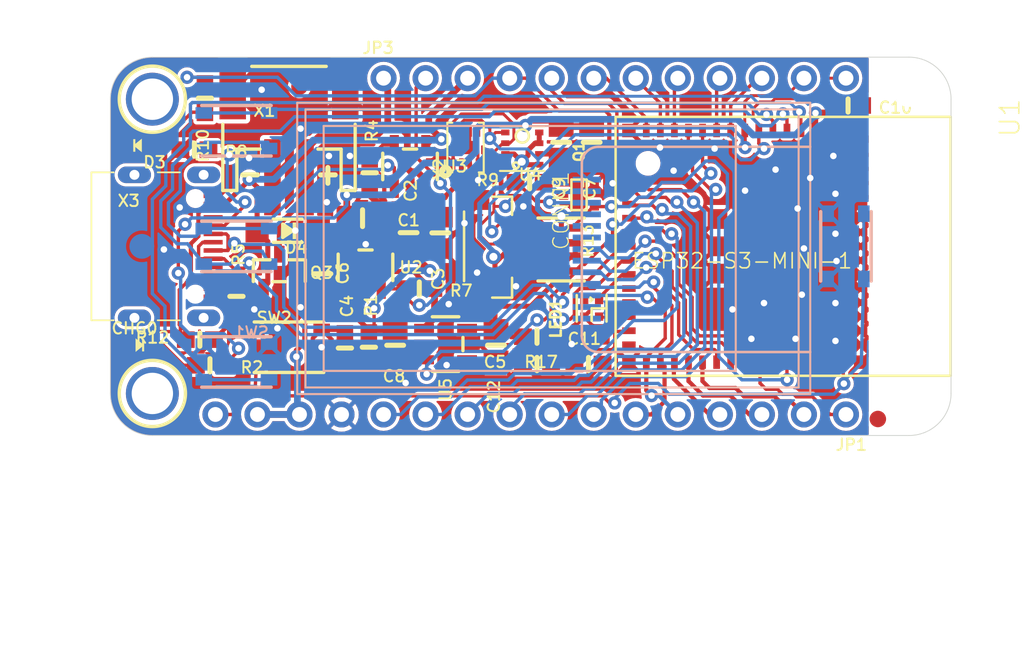
<source format=kicad_pcb>
(kicad_pcb (version 20221018) (generator pcbnew)
  (layers (0 "F.Cu" signal) (31 "B.Cu" signal) (34 "B.Paste" user) (35 "F.Paste" user) (36 "B.SilkS" user "B.Silkscreen") (37 "F.SilkS" user "F.Silkscreen") (38 "B.Mask" user) (39 "F.Mask" user) (44 "Edge.Cuts" user))
  (net 0 "")
  (net 1 "GND")
  (net 2 "VBUS")
  (net 3 "VBAT")
  (net 4 "N$1")
  (net 5 "N$3")
  (net 6 "N$4")
  (net 7 "3.3V")
  (net 8 "RESET")
  (net 9 "EN")
  (net 10 "MOSI")
  (net 11 "SDA")
  (net 12 "SCL")
  (net 13 "MISO")
  (net 14 "SCK")
  (net 15 "VHI")
  (net 16 "N$5")
  (net 17 "D+")
  (net 18 "D-")
  (net 19 "N$8")
  (net 20 "N$9")
  (net 21 "A0")
  (net 22 "A1")
  (net 23 "NEOPIX")
  (net 24 "TXD0")
  (net 25 "BOOT0")
  (net 26 "D6")
  (net 27 "D9")
  (net 28 "D10")
  (net 29 "D11")
  (net 30 "D12")
  (net 31 "D13")
  (net 32 "D5")
  (net 33 "RX")
  (net 34 "TX")
  (net 35 "A2")
  (net 36 "A3")
  (net 37 "A4")
  (net 38 "A5")
  (net 39 "NEOPIX_PWR")
  (net 40 "IO34_DBLTAP")
  (net 41 "TFT_RST")
  (net 42 "TFT_DC")
  (net 43 "TFT_CS")
  (net 44 "BACKLITE")
  (net 45 "N$2")
  (net 46 "LEDK")
  (net 47 "D1")
  (net 48 "D2")
  (net 49 "I2CTFT_POWER")
  (net 50 "VSENSOR")
  (footprint "working:0603-NO" (layer "F.Cu") (at 130.7211 108.0262 90)
    (fp_text reference "R5")
    (fp_text value "5.1K")
  )
  (footprint "working:PLABEL16" (layer "F.Cu") (at 167.6146 113.6396)
    (fp_text reference "PLABEL16" hide)
    (fp_text value "" hide)
  )
  (footprint "working:SOT23-R" (layer "F.Cu") (at 133.3119 106.4768)
    (fp_text reference "Q3")
    (fp_text value "DMG3415U")
  )
  (footprint "working:PLABEL18" (layer "F.Cu") (at 152.3111 113.6396)
    (fp_text reference "PLABEL18" hide)
    (fp_text value "" hide)
  )
  (footprint "working:PLABEL12" (layer "F.Cu") (at 139.6111 96.3676)
    (fp_text reference "PLABEL12" hide)
    (fp_text value "" hide)
  )
  (footprint "working:PLABEL4" (layer "F.Cu") (at 142.2781 113.6396)
    (fp_text reference "PLABEL4" hide)
    (fp_text value "" hide)
  )
  (footprint "working:PLABEL8" (layer "F.Cu") (at 157.3911 113.6396)
    (fp_text reference "PLABEL8" hide)
    (fp_text value "" hide)
  )
  (footprint "working:FIDUCIAL_1MM" (layer "F.Cu") (at 134.5311 95.3516 -90)
    (fp_text reference "U$34" hide)
    (fp_text value "FIDUCIAL_1MM" hide)
  )
  (footprint "working:0603-NO" (layer "F.Cu") (at 129.1209 112.1918)
    (fp_text reference "R2")
    (fp_text value "5.1K")
  )
  (footprint "working:0603-NO" (layer "F.Cu") (at 167.6781 96.4946)
    (fp_text reference "C10")
    (fp_text value "1uF")
  )
  (footprint "working:0805-NO" (layer "F.Cu") (at 143.0401 104.1908 -90)
    (fp_text reference "C3")
    (fp_text value "10uF")
  )
  (footprint "working:ESP32-S2-MINI-1" (layer "F.Cu") (at 161.4551 105.0036 -90)
    (fp_text reference "U1")
    (fp_text value "ESP32-S3-MINI-1")
  )
  (footprint "working:PLABEL22" (layer "F.Cu") (at 133.7691 108.8136)
    (fp_text reference "PLABEL22" hide)
    (fp_text value "" hide)
  )
  (footprint "working:0805-NO" (layer "F.Cu") (at 140.3119 110.9818 -90)
    (fp_text reference "C8")
    (fp_text value "10uF")
  )
  (footprint "working:0603-NO" (layer "F.Cu") (at 138.7221 111.0996 90)
    (fp_text reference "R1")
    (fp_text value "10K")
  )
  (footprint "" (layer "F.Cu") (at 171.3611 95.4786)
    (fp_text reference "@HOLE1" hide)
    (fp_text value "")
  )
  (footprint "working:PLABEL19" (layer "F.Cu") (at 169.0116 94.8436 90)
    (fp_text reference "PLABEL19" hide)
    (fp_text value "" hide)
  )
  (footprint "working:0805-NO" (layer "F.Cu") (at 152.1841 98.7171 -90)
    (fp_text reference "C7")
    (fp_text value "10uF")
  )
  (footprint "working:SOT23-5" (layer "F.Cu") (at 143.3576 110.9091 -90)
    (fp_text reference "U5")
    (fp_text value "RT9080/AP2112-3.3")
  )
  (footprint "working:0603-NO" (layer "F.Cu") (at 128.5113 110.6424 180)
    (fp_text reference "R12")
    (fp_text value "100K")
  )
  (footprint "working:PLABEL26" (layer "F.Cu") (at 157.3911 96.3676)
    (fp_text reference "PLABEL26" hide)
    (fp_text value "" hide)
  )
  (footprint "working:PLABEL1" (layer "F.Cu") (at 129.4511 113.5126)
    (fp_text reference "PLABEL1" hide)
    (fp_text value "" hide)
  )
  (footprint "working:0805-NO" (layer "F.Cu") (at 146.4056 110.9726 -90)
    (fp_text reference "C12")
    (fp_text value "10uF")
  )
  (footprint "working:0603-NO" (layer "F.Cu") (at 141.7701 107.5563)
    (fp_text reference "R7")
    (fp_text value "100K")
  )
  (footprint "working:MOUNTINGHOLE_2.5_PLATED" (layer "F.Cu") (at 125.6411 96.1136 -90)
    (fp_text reference "U$31" hide)
    (fp_text value "MOUNTINGHOLE2.5" hide)
  )
  (footprint "working:PLABEL3" (layer "F.Cu") (at 132.1181 113.6396)
    (fp_text reference "PLABEL3" hide)
    (fp_text value "" hide)
  )
  (footprint "working:0603-NO" (layer "F.Cu") (at 128.1811 99.1616)
    (fp_text reference "R8")
    (fp_text value "5.1K")
  )
  (footprint "working:TDFN8_2X2MM" (layer "F.Cu") (at 144.5641 99.0346 90)
    (fp_text reference "X2")
    (fp_text value "MAX17048/T")
  )
  (footprint "working:PLABEL29" (layer "F.Cu") (at 165.0111 96.3676)
    (fp_text reference "PLABEL29" hide)
    (fp_text value "" hide)
  )
  (footprint "working:SOT23-5" (layer "F.Cu") (at 141.2113 100.1776)
    (fp_text reference "U3")
    (fp_text value "MCP73831T-2ACI/OT")
  )
  (footprint "working:PLABEL20" (layer "F.Cu") (at 147.3327 113.665)
    (fp_text reference "PLABEL20" hide)
    (fp_text value "" hide)
  )
  (footprint "working:0603-NO" (layer "F.Cu") (at 137.2743 111.1504 90)
    (fp_text reference "C4")
    (fp_text value "1uF")
  )
  (footprint "working:JSTPH2_BATT" (layer "F.Cu") (at 133.8961 98.7806)
    (fp_text reference "X1")
    (fp_text value "JSTPH")
  )
  (footprint "working:FIDUCIAL_1MM" (layer "F.Cu") (at 169.4779 115.436 -90)
    (fp_text reference "U$35" hide)
    (fp_text value "FIDUCIAL_1MM" hide)
  )
  (footprint "working:RESPACK_4X0603" (layer "F.Cu") (at 150.3426 105.1941 -90)
    (fp_text reference "R13")
    (fp_text value "10K Pack")
  )
  (footprint "working:PLABEL30" (layer "F.Cu") (at 152.7556 106.2101 90)
    (fp_text reference "PLABEL30" hide)
    (fp_text value "" hide)
  )
  (footprint "working:PLABEL6" (layer "F.Cu") (at 147.2311 96.3676)
    (fp_text reference "PLABEL6" hide)
    (fp_text value "" hide)
  )
  (footprint "working:0805-NO" (layer "F.Cu") (at 138.3411 103.3018)
    (fp_text reference "C1")
    (fp_text value "10uF")
  )
  (footprint "working:JST_SH4_RA" (layer "F.Cu") (at 146.7231 105.0036 -90)
    (fp_text reference "CONN1")
    (fp_text value "STEMMA_I2C_QTRA" hide)
  )
  (footprint "working:PLABEL9" (layer "F.Cu") (at 159.9311 113.6396)
    (fp_text reference "PLABEL9" hide)
    (fp_text value "" hide)
  )
  (footprint "working:SOD-123" (layer "F.Cu") (at 133.8199 104.0638 180)
    (fp_text reference "D4")
    (fp_text value "MBR540")
  )
  (footprint "working:0805-NO" (layer "F.Cu") (at 141.1224 104.1781 90)
    (fp_text reference "C2")
    (fp_text value "10uF")
  )
  (footprint "working:BME280" (layer "F.Cu") (at 147.9931 99.0981 180)
    (fp_text reference "U4")
    (fp_text value "BME280")
  )
  (footprint "working:PLABEL14" (layer "F.Cu") (at 128.4351 98.0186)
    (fp_text reference "PLABEL14" hide)
    (fp_text value "" hide)
  )
  (footprint "working:PLABEL13" (layer "F.Cu") (at 137.1981 113.6396)
    (fp_text reference "PLABEL13" hide)
    (fp_text value "" hide)
  )
  (footprint "working:0805-NO" (layer "F.Cu") (at 135.9173 106.6596 -90)
    (fp_text reference "C6")
    (fp_text value "10uF")
  )
  (footprint "" (layer "F.Cu") (at 171.3611 114.5921)
    (fp_text reference "@HOLE0" hide)
    (fp_text value "")
  )
  (footprint "working:0603-NO" (layer "F.Cu") (at 148.4376 101.1301 180)
    (fp_text reference "R9")
    (fp_text value "22ohm")
  )
  (footprint "working:0603-NO" (layer "F.Cu") (at 138.7729 100.5586 90)
    (fp_text reference "R4")
    (fp_text value "5.1K")
  )
  (footprint "working:PLABEL17" (layer "F.Cu") (at 144.7927 113.6904)
    (fp_text reference "PLABEL17" hide)
    (fp_text value "" hide)
  )
  (footprint "working:PLABEL0" (layer "F.Cu") (at 144.6911 96.3676)
    (fp_text reference "PLABEL0" hide)
    (fp_text value "" hide)
  )
  (footprint "working:1X12_ROUND_MIN" (layer "F.Cu") (at 153.5811 94.8436)
    (fp_text reference "JP3")
    (fp_text value "")
  )
  (footprint "working:PLABEL27" (layer "F.Cu") (at 159.9311 96.3676)
    (fp_text reference "PLABEL27" hide)
    (fp_text value "" hide)
  )
  (footprint "working:PLABEL21" (layer "F.Cu") (at 149.8981 113.6396)
    (fp_text reference "PLABEL21" hide)
    (fp_text value "" hide)
  )
  (footprint "working:USB_C_CUSB31-CFM2AX-01-X" (layer "F.Cu") (at 127.0381 105.0036 -90)
    (fp_text reference "X3")
    (fp_text value "USB C")
  )
  (footprint "working:CHIPLED_0603_NOOUTLINE" (layer "F.Cu") (at 124.8791 110.9726 -90)
    (fp_text reference "CHG0")
    (fp_text value "ORANGE")
  )
  (footprint "working:PLABEL28" (layer "F.Cu") (at 162.4711 96.3676)
    (fp_text reference "PLABEL28" hide)
    (fp_text value "" hide)
  )
  (footprint "working:PLABEL11" (layer "F.Cu") (at 164.8841 113.6396)
    (fp_text reference "PLABEL11" hide)
    (fp_text value "" hide)
  )
  (footprint "working:PLABEL25" (layer "F.Cu") (at 154.8511 96.3676)
    (fp_text reference "PLABEL25" hide)
    (fp_text value "" hide)
  )
  (footprint "working:1X16_ROUND_MIN" (layer "F.Cu") (at 148.5011 115.1636 180)
    (fp_text reference "JP1")
    (fp_text value "")
  )
  (footprint "working:CHIPLED_0603_NOOUTLINE" (layer "F.Cu") (at 124.7521 98.9076 90)
    (fp_text reference "D3")
    (fp_text value "RED")
  )
  (footprint "working:0603-NO" (layer "F.Cu") (at 151.9936 112.1156 180)
    (fp_text reference "R17")
    (fp_text value "1Meg")
  )
  (footprint "working:PLABEL31" (layer "F.Cu") (at 148.1836 108.7501)
    (fp_text reference "PLABEL31" hide)
    (fp_text value "" hide)
  )
  (footprint "working:PLABEL23" (layer "F.Cu") (at 149.7711 96.3676)
    (fp_text reference "PLABEL23" hide)
    (fp_text value "" hide)
  )
  (footprint "working:SOT23-5" (layer "F.Cu") (at 138.5189 106.2736)
    (fp_text reference "U2")
    (fp_text value "RT9080/AP2112-3.3")
  )
  (footprint "working:0805-NO" (layer "F.Cu") (at 150.3426 98.7171 -90)
    (fp_text reference "C9")
    (fp_text value "10uF")
  )
  (footprint "working:0603-NO" (layer "F.Cu") (at 128.8161 96.0501 -90)
    (fp_text reference "R10")
    (fp_text value "5.1K")
  )
  (footprint "working:PLABEL5" (layer "F.Cu") (at 139.8651 113.6396)
    (fp_text reference "PLABEL5" hide)
    (fp_text value "" hide)
  )
  (footprint "working:PLABEL7" (layer "F.Cu") (at 154.8511 113.6396)
    (fp_text reference "PLABEL7" hide)
    (fp_text value "" hide)
  )
  (footprint "working:MOUNTINGHOLE_2.5_PLATED" (layer "F.Cu") (at 125.6411 113.8936 -90)
    (fp_text reference "U$32" hide)
    (fp_text value "MOUNTINGHOLE2.5" hide)
  )
  (footprint "working:0603-NO" (layer "F.Cu") (at 148.8821 110.4646)
    (fp_text reference "C11")
    (fp_text value "1uF")
  )
  (footprint "working:PLABEL24" (layer "F.Cu") (at 152.3111 96.3676)
    (fp_text reference "PLABEL24" hide)
    (fp_text value "" hide)
  )
  (footprint "working:BTN_RKB2_4.6X2.8" (layer "F.Cu") (at 133.8961 111.0996)
    (fp_text reference "SW2")
    (fp_text value "KMR2")
  )
  (footprint "working:PLABEL10" (layer "F.Cu") (at 162.4711 113.6396)
    (fp_text reference "PLABEL10" hide)
    (fp_text value "" hide)
  )
  (footprint "working:SK6805_1515" (layer "F.Cu") (at 152.1841 108.7501 90)
    (fp_text reference "LED1")
    (fp_text value "WS2812B_SK6805_1515")
  )
  (footprint "working:SC70" (layer "F.Cu") (at 151.4221 101.8921 90)
    (fp_text reference "Q1")
    (fp_text value "BSS138")
  )
  (footprint "working:PLABEL2" (layer "F.Cu") (at 134.6581 113.6396)
    (fp_text reference "PLABEL2" hide)
    (fp_text value "" hide)
  )
  (footprint "working:0603-NO" (layer "F.Cu") (at 148.8821 112.1156 180)
    (fp_text reference "C5")
    (fp_text value "1uF")
  )
  (footprint "working:PLABEL15" (layer "F.Cu") (at 142.1511 96.3676)
    (fp_text reference "PLABEL15" hide)
    (fp_text value "" hide)
  )
  (footprint "working:BTN_RKB2_4.6X2.8" (layer "B.Cu") (at 130.7211 105.0036 180)
    (fp_text reference "SW5" hide)
    (fp_text value "KMR2" hide)
  )
  (footprint "working:PLABEL34" (layer "B.Cu") (at 127.3556 105.0036 90)
    (fp_text reference "PLABEL34" hide)
    (fp_text value "" hide)
  )
  (footprint "working:PLABEL36" (layer "B.Cu") (at 168.1226 110.0201 90)
    (fp_text reference "PLABEL36" hide)
    (fp_text value "" hide)
  )
  (footprint "working:BTN_RKB2_4.6X2.8" (layer "B.Cu") (at 130.7211 98.0186)
    (fp_text reference "SW3" hide)
    (fp_text value "KMR2" hide)
  )
  (footprint "working:PLABEL35" (layer "B.Cu") (at 127.1651 111.0361 90)
    (fp_text reference "PLABEL35" hide)
    (fp_text value "" hide)
  )
  (footprint "working:BTN_RKB2_4.6X2.8" (layer "B.Cu") (at 130.7211 111.9886 180)
    (fp_text reference "SW1")
    (fp_text value "KMR2")
  )
  (footprint "working:TFT_1.14IN_240X135_WRAPUNDER" (layer "B.Cu") (at 165.3921 105.1306 -90)
    (fp_text reference "DISP1" hide)
    (fp_text value "DISP_LCD_GENERIC_SPI_1.14IN_240X135_WRAPUNDER" hide)
  )
  (footprint "working:PLABEL33" (layer "B.Cu") (at 127.2921 98.5901 90)
    (fp_text reference "PLABEL33" hide)
    (fp_text value "" hide)
  )
  (footprint "working:PLABEL37" (layer "B.Cu") (at 171.3611 105.0036 90)
    (fp_text reference "PLABEL37" hide)
    (fp_text value "" hide)
  )
  (footprint "working:BTN_RKB2_4.6X2.8" (layer "B.Cu") (at 167.5511 105.0036 -90)
    (fp_text reference "SW4" hide)
    (fp_text value "KMR2" hide)
  )
  (footprint "working:TESTPOINT_ROUND_1.5MM_NO" (layer "B.Cu") (at 125.0061 105.0036 180)
    (fp_text reference "TP1" hide)
    (fp_text value "" hide)
  )
  (gr_line (start 125.6411 116.4336) (end 171.3611 116.4336) (stroke (width 0.05)) (layer "Edge.Cuts"))
  (gr_line (start 123.1011 96.1136) (end 123.1011 113.8936) (stroke (width 0.05)) (layer "Edge.Cuts"))
  (gr_line (start 173.9011 113.8936) (end 173.9011 96.1136) (stroke (width 0.05)) (layer "Edge.Cuts"))
  (gr_arc (start 173.9011 113.8936) (mid 173.157151 115.689651) (end 171.3611 116.4336) (stroke (width 0.05)) (layer "Edge.Cuts"))
  (gr_arc (start 171.3611 93.5736) (mid 173.157151 94.317549) (end 173.9011 96.1136) (stroke (width 0.05)) (layer "Edge.Cuts"))
  (gr_line (start 171.3611 93.5736) (end 125.6411 93.5736) (stroke (width 0.05)) (layer "Edge.Cuts"))
  (gr_arc (start 123.1011 96.1136) (mid 123.845049 94.317549) (end 125.6411 93.5736) (stroke (width 0.05)) (layer "Edge.Cuts"))
  (gr_arc (start 125.6411 116.4336) (mid 123.845049 115.689651) (end 123.1011 113.8936) (stroke (width 0.05)) (layer "Edge.Cuts"))
  (segment (start 157.6451 99.7966) (end 157.6451 100.5586) (width 0.254) (layer "F.Cu") (net 1))
  (segment (start 136.3726 108.6866) (end 135.9173 108.2313) (width 0.4064) (layer "F.Cu") (net 1))
  (segment (start 144.9451 102.8446) (end 144.9451 106.2736) (width 0.3048) (layer "F.Cu") (net 1))
  (segment (start 144.8141 98.0346) (end 144.8141 99.0346) (width 0.2032) (layer "F.Cu") (net 1))
  (segment (start 153.4541 100.5586) (end 152.5626 99.6671) (width 0.2032) (layer "F.Cu") (net 1))
  (segment (start 135.8691 110.0246) (end 136.9985 110.0246) (width 0.3048) (layer "F.Cu") (net 1))
  (segment (start 155.459496 99.0271) (end 155.450368 99.0346) (width 0.254) (layer "F.Cu") (net 1))
  (segment (start 137.8966 108.6866) (end 136.3726 108.6866) (width 0.4064) (layer "F.Cu") (net 1))
  (segment (start 145.0989 102.2036) (end 145.0989 102.6908) (width 0.3048) (layer "F.Cu") (net 1))
  (segment (start 144.5641 99.0346) (end 144.212731 99.0346) (width 0.2032) (layer "F.Cu") (net 1))
  (segment (start 145.3141 100.0346) (end 145.3141 99.2806) (width 0.1778) (layer "F.Cu") (net 1))
  (segment (start 130.7254 100.8083) (end 130.7254 100.1733) (width 0.4064) (layer "F.Cu") (net 1))
  (segment (start 147.8661 106.5671) (end 147.8026 106.5036) (width 0.2032) (layer "F.Cu") (net 1))
  (segment (start 149.0181 99.4231) (end 150.0986 99.4231) (width 0.3048) (layer "F.Cu") (net 1))
  (segment (start 146.5986 112.1156) (end 146.4056 111.9226) (width 0.3048) (layer "F.Cu") (net 1))
  (segment (start 130.0485 108.2036) (end 130.7211 108.8762) (width 0.4064) (layer "F.Cu") (net 1))
  (segment (start 146.9681 100.0731) (end 146.9681 100.245125) (width 0.3048) (layer "F.Cu") (net 1))
  (segment (start 141.2113 103.1392) (end 141.1224 103.2281) (width 0.4064) (layer "F.Cu") (net 1))
  (segment (start 130.7254 100.1733) (end 130.9751 99.9236) (width 0.4064) (layer "F.Cu") (net 1))
  (segment (start 138.5189 107.5737) (end 138.5189 108.0643) (width 0.4064) (layer "F.Cu") (net 1))
  (segment (start 144.9451 106.2736) (end 145.2626 106.5911) (width 0.3048) (layer "F.Cu") (net 1))
  (segment (start 138.5189 108.0643) (end 137.8966 108.6866) (width 0.4064) (layer "F.Cu") (net 1))
  (segment (start 145.0989 102.6908) (end 144.9451 102.8446) (width 0.3048) (layer "F.Cu") (net 1))
  (segment (start 154.435996 98.0036) (end 155.459496 99.0271) (width 0.254) (layer "F.Cu") (net 1))
  (segment (start 153.4541 101.1936) (end 153.4541 100.5586) (width 0.2032) (layer "F.Cu") (net 1))
  (segment (start 148.0321 112.1156) (end 148.0321 112.052263) (width 0.254) (layer "F.Cu") (net 1))
  (segment (start 135.9173 108.2313) (end 135.9173 107.6096) (width 0.4064) (layer "F.Cu") (net 1))
  (segment (start 144.5641 99.0346) (end 144.8141 99.0346) (width 0.2032) (layer "F.Cu") (net 1))
  (segment (start 143.8141 100.0346) (end 143.8141 99.433232) (width 0.2032) (layer "F.Cu") (net 1))
  (segment (start 150.0986 99.4231) (end 150.3426 99.6671) (width 0.3048) (layer "F.Cu") (net 1))
  (segment (start 161.4551 101.6381) (end 161.4551 102.2731) (width 0.254) (layer "F.Cu") (net 1))
  (segment (start 141.2113 101.4777) (end 141.2113 103.1392) (width 0.4064) (layer "F.Cu") (net 1))
  (segment (start 129.3131 101.8036) (end 129.7301 101.8036) (width 0.4064) (layer "F.Cu") (net 1))
  (segment (start 138.5189 107.5737) (end 138.5189 108.0389) (width 0.254) (layer "F.Cu") (net 1))
  (segment (start 152.1841 99.6671) (end 152.5626 99.6671) (width 0.2032) (layer "F.Cu") (net 1))
  (segment (start 146.7231 100.490125) (end 146.7231 101.8286) (width 0.254) (layer "F.Cu") (net 1))
  (segment (start 138.7729 101.8946) (end 138.7729 101.4086) (width 0.4064) (layer "F.Cu") (net 1))
  (segment (start 146.9681 100.245125) (end 146.7231 100.490125) (width 0.3048) (layer "F.Cu") (net 1))
  (segment (start 155.450368 99.0346) (end 156.8831 99.0346) (width 0.254) (layer "F.Cu") (net 1))
  (segment (start 161.4551 102.2731) (end 159.3596 102.2731) (width 0.254) (layer "F.Cu") (net 1))
  (segment (start 148.0321 112.1156) (end 146.5986 112.1156) (width 0.3048) (layer "F.Cu") (net 1))
  (segment (start 132.8961 100.0666) (end 132.8961 100.8296) (width 0.4064) (layer "F.Cu") (net 1))
  (segment (start 129.3131 108.2036) (end 130.0485 108.2036) (width 0.4064) (layer "F.Cu") (net 1))
  (segment (start 129.7301 101.8036) (end 130.7254 100.8083) (width 0.4064) (layer "F.Cu") (net 1))
  (segment (start 136.9985 110.0246) (end 137.2743 110.3004) (width 0.3048) (layer "F.Cu") (net 1))
  (segment (start 139.2911 102.4128) (end 138.7729 101.8946) (width 0.4064) (layer "F.Cu") (net 1))
  (segment (start 130.9751 99.9236) (end 132.7531 99.9236) (width 0.4064) (layer "F.Cu") (net 1))
  (segment (start 147.6471 106.5036) (end 147.8026 106.5036) (width 0.2032) (layer "F.Cu") (net 1))
  (segment (start 144.212731 99.0346) (end 143.8141 99.433232) (width 0.2032) (layer "F.Cu") (net 1))
  (segment (start 139.2911 103.3018) (end 139.2911 102.4128) (width 0.4064) (layer "F.Cu") (net 1))
  (segment (start 157.6451 100.5586) (end 159.3596 102.2731) (width 0.254) (layer "F.Cu") (net 1))
  (segment (start 146.7231 101.8286) (end 146.78025 101.88575) (width 0.254) (layer "F.Cu") (net 1))
  (segment (start 132.7531 99.9236) (end 132.8961 100.0666) (width 0.4064) (layer "F.Cu") (net 1))
  (segment (start 156.8831 99.0346) (end 157.6451 99.7966) (width 0.254) (layer "F.Cu") (net 1))
  (via (at 165.3921 100.8761) (size 0.8001) (drill 0.3937) (layers "F.Cu" "B.Cu") (net 1))
  (via (at 166.9796 105.8926) (size 0.8001) (drill 0.3937) (layers "F.Cu" "B.Cu") (net 1))
  (via (at 166.7891 99.5426) (size 0.8001) (drill 0.3937) (layers "F.Cu" "B.Cu") (net 1))
  (via (at 126.3396 105.1941) (size 0.8001) (drill 0.3937) (layers "F.Cu" "B.Cu") (net 1))
  (via (at 144.5006 103.6066) (size 0.8001) (drill 0.3937) (layers "F.Cu" "B.Cu") (net 1))
  (via (at 161.8361 110.5916) (size 0.8001) (drill 0.3937) (layers "F.Cu" "B.Cu") (net 1))
  (via (at 166.9161 110.7186) (size 0.8001) (drill 0.3937) (layers "F.Cu" "B.Cu") (net 1))
  (via (at 157.1371 100.4316) (size 0.8001) (drill 0.3937) (layers "F.Cu" "B.Cu") (net 1))
  (via (at 127.2921 102.6541) (size 0.8001) (drill 0.3937) (layers "F.Cu" "B.Cu") (net 1))
  (via (at 145.3261 101.0031) (size 0.8001) (drill 0.3937) (layers "F.Cu" "B.Cu") (net 1))
  (via (at 153.4541 101.1936) (size 0.8001) (drill 0.3937) (layers "F.Cu" "B.Cu") (net 1))
  (via (at 131.8006 108.8136) (size 0.8001) (drill 0.3937) (layers "F.Cu" "B.Cu") (net 1))
  (via (at 137.5791 99.5426) (size 0.8001) (drill 0.3937) (layers "F.Cu" "B.Cu") (net 1))
  (via (at 164.5031 110.5916) (size 0.8001) (drill 0.3937) (layers "F.Cu" "B.Cu") (net 1))
  (via (at 134.5946 97.8916) (size 0.8001) (drill 0.3937) (layers "F.Cu" "B.Cu") (net 1))
  (via (at 136.3091 99.5426) (size 0.8001) (drill 0.3937) (layers "F.Cu" "B.Cu") (net 1))
  (via (at 156.3116 99.0346) (size 0.8001) (drill 0.3937) (layers "F.Cu" "B.Cu") (net 1))
  (via (at 150.9776 110.9091) (size 0.8001) (drill 0.3937) (layers "F.Cu" "B.Cu") (net 1))
  (via (at 131.4831 99.6696) (size 0.8001) (drill 0.3937) (layers "F.Cu" "B.Cu") (net 1))
  (via (at 143.4211 112.1791) (size 0.8001) (drill 0.3937) (layers "F.Cu" "B.Cu") (net 1))
  (via (at 160.6931 108.8136) (size 0.8001) (drill 0.3937) (layers "F.Cu" "B.Cu") (net 1))
  (via (at 164.8841 107.9246) (size 0.8001) (drill 0.3937) (layers "F.Cu" "B.Cu") (net 1))
  (via (at 166.9161 104.2416) (size 0.8001) (drill 0.3937) (layers "F.Cu" "B.Cu") (net 1))
  (via (at 161.4551 101.6381) (size 0.8001) (drill 0.3937) (layers "F.Cu" "B.Cu") (net 1))
  (via (at 132.2451 95.5421) (size 0.8001) (drill 0.3937) (layers "F.Cu" "B.Cu") (net 1))
  (via (at 134.2771 104.0511) (size 0.8001) (drill 0.3937) (layers "F.Cu" "B.Cu") (net 1))
  (via (at 147.6121 107.4166) (size 0.8001) (drill 0.3937) (layers "F.Cu" "B.Cu") (net 1))
  (via (at 140.9446 113.2586) (size 0.8001) (drill 0.3937) (layers "F.Cu" "B.Cu") (net 1))
  (via (at 166.9161 101.8286) (size 0.8001) (drill 0.3937) (layers "F.Cu" "B.Cu") (net 1))
  (via (at 134.5946 108.6866) (size 0.8001) (drill 0.3937) (layers "F.Cu" "B.Cu") (net 1))
  (via (at 164.6301 102.7176) (size 0.8001) (drill 0.3937) (layers "F.Cu" "B.Cu") (net 1))
  (via (at 159.6136 99.0981) (size 0.8001) (drill 0.3937) (layers "F.Cu" "B.Cu") (net 1))
  (via (at 163.2966 100.3681) (size 0.8001) (drill 0.3937) (layers "F.Cu" "B.Cu") (net 1))
  (via (at 135.8646 111.0996) (size 0.8001) (drill 0.3937) (layers "F.Cu" "B.Cu") (net 1))
  (via (at 136.1821 102.3366) (size 0.8001) (drill 0.3937) (layers "F.Cu" "B.Cu") (net 1))
  (via (at 145.2626 106.5911) (size 0.8001) (drill 0.3937) (layers "F.Cu" "B.Cu") (net 1))
  (via (at 148.0566 102.5906) (size 0.8001) (drill 0.3937) (layers "F.Cu" "B.Cu") (net 1))
  (via (at 162.5981 108.4326) (size 0.8001) (drill 0.3937) (layers "F.Cu" "B.Cu") (net 1))
  (via (at 143.5481 108.4961) (size 0.8001) (drill 0.3937) (layers "F.Cu" "B.Cu") (net 1))
  (via (at 138.5316 104.8766) (size 0.8001) (drill 0.3937) (layers "F.Cu" "B.Cu") (net 1))
  (via (at 166.9161 108.4326) (size 0.8001) (drill 0.3937) (layers "F.Cu" "B.Cu") (net 1))
  (via (at 133.1976 109.9566) (size 0.8001) (drill 0.3937) (layers "F.Cu" "B.Cu") (net 1))
  (via (at 165.0111 105.1306) (size 0.8001) (drill 0.3937) (layers "F.Cu" "B.Cu") (net 1))
  (segment (start 128.9321 107.462163) (end 128.657537 107.1876) (width 0.254) (layer "F.Cu") (net 2))
  (segment (start 132.6159 104.7098) (end 132.6159 107.2228) (width 0.3048) (layer "F.Cu") (net 2))
  (segment (start 128.8051 102.6036) (end 128.4241 102.9846) (width 0.254) (layer "F.Cu") (net 2))
  (segment (start 131.4961 100.9921) (end 129.8846 102.6036) (width 0.3048) (layer "F.Cu") (net 2))
  (segment (start 128.4241 102.9846) (end 128.4241 104.386538) (width 0.254) (layer "F.Cu") (net 2))
  (segment (start 128.657537 107.1876) (end 127.967603 107.1876) (width 0.254) (layer "F.Cu") (net 2))
  (segment (start 131.4961 100.9526) (end 131.4961 100.9921) (width 0.3048) (layer "F.Cu") (net 2))
  (segment (start 144.6911 94.8436) (end 142.3416 97.1931) (width 0.4064) (layer "F.Cu") (net 2))
  (segment (start 129.3131 107.4036) (end 129.254537 107.462163) (width 0.254) (layer "F.Cu") (net 2))
  (segment (start 131.9699 104.0638) (end 131.9699 101.4264) (width 0.3048) (layer "F.Cu") (net 2))
  (segment (start 127.967603 107.1876) (end 127.713603 107.1876) (width 0.254) (layer "F.Cu") (net 2))
  (segment (start 124.1291 110.9726) (end 124.9447 110.157) (width 0.2032) (layer "F.Cu") (net 2))
  (segment (start 142.3416 97.1931) (end 142.3416 97.7646) (width 0.4064) (layer "F.Cu") (net 2))
  (segment (start 143.1036 98.5266) (end 142.3416 97.7646) (width 0.4064) (layer "F.Cu") (net 2))
  (segment (start 132.6159 107.2228) (end 132.3619 107.4768) (width 0.3048) (layer "F.Cu") (net 2))
  (segment (start 131.9699 101.4264) (end 131.4961 100.9526) (width 0.3048) (layer "F.Cu") (net 2))
  (segment (start 127.269103 109.742204) (end 127.269103 107.6321) (width 0.2032) (layer "F.Cu") (net 2))
  (segment (start 127.269103 107.6321) (end 127.713603 107.1876) (width 0.2032) (layer "F.Cu") (net 2))
  (segment (start 127.967603 107.1876) (end 127.967603 104.843035) (width 0.254) (layer "F.Cu") (net 2))
  (segment (start 142.1613 98.8775) (end 142.5122 98.5266) (width 0.4064) (layer "F.Cu") (net 2))
  (segment (start 129.254537 107.462163) (end 128.9321 107.462163) (width 0.254) (layer "F.Cu") (net 2))
  (segment (start 127.332603 109.805704) (end 127.332603 110.157) (width 0.2032) (layer "F.Cu") (net 2))
  (segment (start 124.9447 110.157) (end 127.332603 110.157) (width 0.2032) (layer "F.Cu") (net 2))
  (segment (start 143.1036 98.5266) (end 142.5122 98.5266) (width 0.4064) (layer "F.Cu") (net 2))
  (segment (start 127.332603 109.805704) (end 127.269103 109.742204) (width 0.2032) (layer "F.Cu") (net 2))
  (segment (start 127.6613 110.1344) (end 127.332603 109.805704) (width 0.2032) (layer "F.Cu") (net 2))
  (segment (start 129.3131 102.6036) (end 129.8846 102.6036) (width 0.3048) (layer "F.Cu") (net 2))
  (segment (start 128.4241 104.386538) (end 127.967603 104.843035) (width 0.254) (layer "F.Cu") (net 2))
  (segment (start 129.3131 102.6036) (end 128.8051 102.6036) (width 0.254) (layer "F.Cu") (net 2))
  (segment (start 127.6613 110.6424) (end 127.6613 110.1344) (width 0.2032) (layer "F.Cu") (net 2))
  (segment (start 132.6159 104.7098) (end 131.9699 104.0638) (width 0.3048) (layer "F.Cu") (net 2))
  (via (at 143.1036 98.5266) (size 0.8001) (drill 0.3937) (layers "F.Cu" "B.Cu") (net 2))
  (via (at 131.4961 100.9526) (size 0.8001) (drill 0.3937) (layers "F.Cu" "B.Cu") (net 2))
  (segment (start 135.3566 98.5901) (end 143.0401 98.5901) (width 0.4064) (layer "B.Cu") (net 2))
  (segment (start 131.4961 100.9526) (end 132.9941 100.9526) (width 0.4064) (layer "B.Cu") (net 2))
  (segment (start 143.0401 98.5901) (end 143.1036 98.5266) (width 0.4064) (layer "B.Cu") (net 2))
  (segment (start 132.9941 100.9526) (end 135.3566 98.5901) (width 0.4064) (layer "B.Cu") (net 2))
  (segment (start 134.9121 102.0826) (end 134.9121 100.8456) (width 0.3048) (layer "F.Cu") (net 3))
  (segment (start 139.8651 97.8281) (end 139.8651 97.8916) (width 0.4064) (layer "F.Cu") (net 3))
  (segment (start 142.3852 102.0191) (end 142.1613 101.7952) (width 0.4064) (layer "F.Cu") (net 3))
  (segment (start 139.6111 97.8916) (end 139.8651 97.8916) (width 0.4064) (layer "F.Cu") (net 3))
  (segment (start 142.1613 101.4777) (end 142.1613 101.7952) (width 0.4064) (layer "F.Cu") (net 3))
  (segment (start 142.3852 102.0191) (end 143.3043 102.0191) (width 0.4064) (layer "F.Cu") (net 3))
  (segment (start 141.0443 100.2773) (end 141.2637 100.4967) (width 0.4064) (layer "F.Cu") (net 3))
  (segment (start 139.1031 98.3996) (end 139.6111 97.8916) (width 0.4064) (layer "F.Cu") (net 3))
  (segment (start 139.8651 95.0976) (end 139.8651 97.8281) (width 0.4064) (layer "F.Cu") (net 3))
  (segment (start 142.1613 102.362) (end 143.0401 103.2408) (width 0.3048) (layer "F.Cu") (net 3))
  (segment (start 142.1613 101.013888) (end 142.1613 101.4777) (width 0.4064) (layer "F.Cu") (net 3))
  (segment (start 143.3043 102.0191) (end 144.3141 101.0093) (width 0.3048) (layer "F.Cu") (net 3))
  (segment (start 139.6111 94.8436) (end 139.8651 95.0976) (width 0.4064) (layer "F.Cu") (net 3))
  (segment (start 141.0443 98.246688) (end 141.0443 100.2773) (width 0.4064) (layer "F.Cu") (net 3))
  (segment (start 142.1613 101.4777) (end 142.1613 102.362) (width 0.3048) (layer "F.Cu") (net 3))
  (segment (start 144.3141 100.0346) (end 144.8141 100.0346) (width 0.3048) (layer "F.Cu") (net 3))
  (segment (start 133.3119 105.4768) (end 133.3119 103.6828) (width 0.3048) (layer "F.Cu") (net 3))
  (segment (start 135.6741 98.3996) (end 139.1031 98.3996) (width 0.4064) (layer "F.Cu") (net 3))
  (segment (start 141.644112 100.4967) (end 142.1613 101.013888) (width 0.4064) (layer "F.Cu") (net 3))
  (segment (start 133.3119 103.6828) (end 134.9121 102.0826) (width 0.3048) (layer "F.Cu") (net 3))
  (segment (start 144.3141 101.0093) (end 144.3141 100.0346) (width 0.3048) (layer "F.Cu") (net 3))
  (segment (start 134.8961 99.1776) (end 134.8961 100.8296) (width 0.4064) (layer "F.Cu") (net 3))
  (segment (start 134.9121 100.8456) (end 134.8961 100.8296) (width 0.3048) (layer "F.Cu") (net 3))
  (segment (start 141.2637 100.4967) (end 141.644112 100.4967) (width 0.4064) (layer "F.Cu") (net 3))
  (segment (start 139.8651 97.8281) (end 140.625712 97.8281) (width 0.4064) (layer "F.Cu") (net 3))
  (segment (start 140.625712 97.8281) (end 141.0443 98.246688) (width 0.4064) (layer "F.Cu") (net 3))
  (segment (start 134.8961 99.1776) (end 135.6741 98.3996) (width 0.4064) (layer "F.Cu") (net 3))
  (segment (start 127.524068 112.1918) (end 126.304868 110.9726) (width 0.2032) (layer "F.Cu") (net 4))
  (segment (start 127.524068 112.1918) (end 128.2709 112.1918) (width 0.2032) (layer "F.Cu") (net 4))
  (segment (start 125.6291 110.9726) (end 126.304868 110.9726) (width 0.2032) (layer "F.Cu") (net 4))
  (segment (start 129.9709 112.1918) (end 130.8481 111.3146) (width 0.2032) (layer "F.Cu") (net 5))
  (segment (start 140.2613 100.2507) (end 140.1191 100.1085) (width 0.2032) (layer "F.Cu") (net 5))
  (segment (start 140.2613 100.2507) (end 140.2613 101.4777) (width 0.2032) (layer "F.Cu") (net 5))
  (segment (start 127.61595 103.6701) (end 127.20955 104.0765) (width 0.2032) (layer "F.Cu") (net 5))
  (segment (start 139.8651 100.1085) (end 140.1191 100.1085) (width 0.2032) (layer "F.Cu") (net 5))
  (segment (start 130.8481 111.1631) (end 130.8481 111.3146) (width 0.2032) (layer "F.Cu") (net 5))
  (segment (start 127.20955 104.0765) (end 127.20955 106.619738) (width 0.2032) (layer "F.Cu") (net 5))
  (via (at 127.61595 103.6701) (size 0.8001) (drill 0.3937) (layers "F.Cu" "B.Cu") (net 5))
  (via (at 139.8651 100.1085) (size 0.8001) (drill 0.3937) (layers "F.Cu" "B.Cu") (net 5))
  (via (at 127.20955 106.619738) (size 0.8001) (drill 0.3937) (layers "F.Cu" "B.Cu") (net 5))
  (via (at 130.8481 111.1631) (size 0.8001) (drill 0.3937) (layers "F.Cu" "B.Cu") (net 5))
  (segment (start 127.350518 106.619738) (end 127.350518 109.761019) (width 0.2032) (layer "B.Cu") (net 5))
  (segment (start 130.8481 111.1631) (end 129.9672 110.2822) (width 0.2032) (layer "B.Cu") (net 5))
  (segment (start 135.8067 100.3625) (end 132.8801 103.2891) (width 0.2032) (layer "B.Cu") (net 5))
  (segment (start 127.350518 109.761019) (end 127.8717 110.2822) (width 0.2032) (layer "B.Cu") (net 5))
  (segment (start 139.8651 100.172) (end 139.6746 100.3625) (width 0.2032) (layer "B.Cu") (net 5))
  (segment (start 127.61595 103.6701) (end 127.99695 103.2891) (width 0.2032) (layer "B.Cu") (net 5))
  (segment (start 132.8801 103.2891) (end 127.99695 103.2891) (width 0.2032) (layer "B.Cu") (net 5))
  (segment (start 139.8651 100.1085) (end 139.8651 100.172) (width 0.2032) (layer "B.Cu") (net 5))
  (segment (start 139.6746 100.3625) (end 135.8067 100.3625) (width 0.2032) (layer "B.Cu") (net 5))
  (segment (start 127.20955 106.619738) (end 127.350518 106.619738) (width 0.2032) (layer "B.Cu") (net 5))
  (segment (start 127.8717 110.2822) (end 129.9672 110.2822) (width 0.2032) (layer "B.Cu") (net 5))
  (segment (start 140.2613 98.8775) (end 139.5628 98.8775) (width 0.2032) (layer "F.Cu") (net 6))
  (segment (start 139.5628 98.8775) (end 138.7729 99.6674) (width 0.2032) (layer "F.Cu") (net 6))
  (segment (start 138.7729 99.7086) (end 138.7729 99.6674) (width 0.2032) (layer "F.Cu") (net 6))
  (segment (start 137.3911 103.3018) (end 137.3911 101.8946) (width 0.4064) (layer "F.Cu") (net 7))
  (segment (start 138.9399 110.0318) (end 138.7221 110.2496) (width 0.4064) (layer "F.Cu") (net 7))
  (segment (start 166.8281 96.4946) (end 166.3749 96.9478) (width 0.4064) (layer "F.Cu") (net 7))
  (segment (start 141.1224 105.3973) (end 141.1224 105.1281) (width 0.3048) (layer "F.Cu") (net 7))
  (segment (start 138.0871 106.0196) (end 140.5001 106.0196) (width 0.3048) (layer "F.Cu") (net 7))
  (segment (start 150.3426 97.7671) (end 150.0911 97.7671) (width 0.4064) (layer "F.Cu") (net 7))
  (segment (start 166.3749 96.9478) (end 165.7096 96.9478) (width 0.4064) (layer "F.Cu") (net 7))
  (segment (start 138.7221 110.2496) (end 139.0396 109.9321) (width 0.2032) (layer "F.Cu") (net 7))
  (segment (start 135.182 109.3057) (end 134.8486 109.6391) (width 0.3048) (layer "F.Cu") (net 7))
  (segment (start 149.7076 97.3836) (end 148.5011 97.3836) (width 0.4064) (layer "F.Cu") (net 7))
  (segment (start 131.9911 115.1636) (end 134.5311 115.1636) (width 0.4064) (layer "F.Cu") (net 7))
  (segment (start 138.7221 110.2496) (end 138.7221 110.0591) (width 0.3048) (layer "F.Cu") (net 7))
  (segment (start 152.1841 97.7671) (end 150.3426 97.7671) (width 0.4064) (layer "F.Cu") (net 7))
  (segment (start 134.3406 111.2901) (end 134.3406 111.6711) (width 0.3048) (layer "F.Cu") (net 7))
  (segment (start 138.7221 110.0591) (end 137.9687 109.3057) (width 0.3048) (layer "F.Cu") (net 7))
  (segment (start 142.06845 106.1418) (end 142.005287 106.1418) (width 0.4064) (layer "F.Cu") (net 7))
  (segment (start 165.685996 98.0036) (end 165.6698 97.987404) (width 0.4064) (layer "F.Cu") (net 7))
  (segment (start 137.5689 105.5014) (end 138.0871 106.0196) (width 0.3048) (layer "F.Cu") (net 7))
  (segment (start 137.9687 109.3057) (end 135.182 109.3057) (width 0.3048) (layer "F.Cu") (net 7))
  (segment (start 165.6698 97.1146) (end 165.6698 97.987404) (width 0.4064) (layer "F.Cu") (net 7))
  (segment (start 141.1224 105.258913) (end 141.1224 105.1281) (width 0.4064) (layer "F.Cu") (net 7))
  (segment (start 134.8486 109.6391) (end 134.8486 110.7821) (width 0.3048) (layer "F.Cu") (net 7))
  (segment (start 137.3911 103.3018) (end 137.5689 103.4796) (width 0.3048) (layer "F.Cu") (net 7))
  (segment (start 165.7096 97.0748) (end 165.7096 96.9478) (width 0.4064) (layer "F.Cu") (net 7))
  (segment (start 134.8486 110.7821) (end 134.3406 111.2901) (width 0.3048) (layer "F.Cu") (net 7))
  (segment (start 165.7096 97.0748) (end 165.6698 97.1146) (width 0.4064) (layer "F.Cu") (net 7))
  (segment (start 139.0396 108.7501) (end 139.0396 109.9321) (width 0.2032) (layer "F.Cu") (net 7))
  (segment (start 137.5689 104.9735) (end 137.5689 105.5014) (width 0.3048) (layer "F.Cu") (net 7))
  (segment (start 137.3911 101.8946) (end 137.3886 101.8921) (width 0.4064) (layer "F.Cu") (net 7))
  (segment (start 140.5001 106.0196) (end 141.1224 105.3973) (width 0.3048) (layer "F.Cu") (net 7))
  (segment (start 142.005287 106.1418) (end 141.1224 105.258913) (width 0.4064) (layer "F.Cu") (net 7))
  (segment (start 140.3119 110.0318) (end 138.9399 110.0318) (width 0.4064) (layer "F.Cu") (net 7))
  (segment (start 142.4051 106.47845) (end 142.06845 106.1418) (width 0.4064) (layer "F.Cu") (net 7))
  (segment (start 150.0911 97.7671) (end 149.7076 97.3836) (width 0.4064) (layer "F.Cu") (net 7))
  (segment (start 148.5011 97.3836) (end 148.1836 97.7011) (width 0.4064) (layer "F.Cu") (net 7))
  (segment (start 137.5689 103.4796) (end 137.5689 104.9735) (width 0.3048) (layer "F.Cu") (net 7))
  (via (at 142.4051 106.47845) (size 0.8001) (drill 0.3937) (layers "F.Cu" "B.Cu") (net 7))
  (via (at 134.3406 111.6711) (size 0.8001) (drill 0.3937) (layers "F.Cu" "B.Cu") (net 7))
  (via (at 137.3886 101.8921) (size 0.8001) (drill 0.3937) (layers "F.Cu" "B.Cu") (net 7))
  (via (at 148.1836 97.7011) (size 0.8001) (drill 0.3937) (layers "F.Cu" "B.Cu") (net 7))
  (via (at 165.7096 96.9478) (size 0.8001) (drill 0.3937) (layers "F.Cu" "B.Cu") (net 7))
  (via (at 139.0396 108.7501) (size 0.8001) (drill 0.3937) (layers "F.Cu" "B.Cu") (net 7))
  (segment (start 136.6266 103.2891) (end 133.5786 103.2891) (width 0.2032) (layer "B.Cu") (net 7))
  (segment (start 134.4041 115.0366) (end 134.5311 115.1636) (width 0.4064) (layer "B.Cu") (net 7))
  (segment (start 128.7481 99.0936) (end 128.8226 98.7171) (width 0.2032) (layer "B.Cu") (net 7))
  (segment (start 148.1836 97.7011) (end 148.5559 97.3288) (width 0.4064) (layer "B.Cu") (net 7))
  (segment (start 128.7481 103.9286) (end 128.2826 104.3941) (width 0.2032) (layer "B.Cu") (net 7))
  (segment (start 142.081575 99.96805) (end 143.1671 99.96805) (width 0.4064) (layer "B.Cu") (net 7))
  (segment (start 165.7096 97.0661) (end 165.7096 96.9478) (width 0.4064) (layer "B.Cu") (net 7))
  (segment (start 134.3406 111.6711) (end 134.4041 111.7346) (width 0.4064) (layer "B.Cu") (net 7))
  (segment (start 160.999375 97.3288) (end 161.943175 98.2726) (width 0.4064) (layer "B.Cu") (net 7))
  (segment (start 128.7211 98.9391) (end 128.7481 99.0936) (width 0.2032) (layer "B.Cu") (net 7))
  (segment (start 126.61265 102.372663) (end 127.3298 101.655513) (width 0.2032) (layer "B.Cu") (net 7))
  (segment (start 127.3298 100.3304) (end 128.7211 98.9391) (width 0.2032) (layer "B.Cu") (net 7))
  (segment (start 145.1991 97.9297) (end 145.1991 99.2886) (width 0.4064) (layer "B.Cu") (net 7))
  (segment (start 137.3886 102.5271) (end 136.6266 103.2891) (width 0.2032) (layer "B.Cu") (net 7))
  (segment (start 134.5311 115.1636) (end 131.9911 115.1636) (width 0.4064) (layer "B.Cu") (net 7))
  (segment (start 145.1991 99.2886) (end 144.526 99.9617) (width 0.4064) (layer "B.Cu") (net 7))
  (segment (start 128.7481 103.9286) (end 132.6941 103.9286) (width 0.2032) (layer "B.Cu") (net 7))
  (segment (start 161.943175 98.2726) (end 164.5031 98.2726) (width 0.4064) (layer "B.Cu") (net 7))
  (segment (start 132.6941 103.9286) (end 132.7211 104.1466) (width 0.2032) (layer "B.Cu") (net 7))
  (segment (start 137.3886 101.8921) (end 137.3886 102.5271) (width 0.2032) (layer "B.Cu") (net 7))
  (segment (start 140.157525 101.8921) (end 142.081575 99.96805) (width 0.4064) (layer "B.Cu") (net 7))
  (segment (start 164.5031 98.2726) (end 165.7096 97.0661) (width 0.4064) (layer "B.Cu") (net 7))
  (segment (start 134.4041 111.7346) (end 134.4041 115.0366) (width 0.4064) (layer "B.Cu") (net 7))
  (segment (start 126.61265 103.68915) (end 126.61265 102.372663) (width 0.2032) (layer "B.Cu") (net 7))
  (segment (start 148.1582 97.6757) (end 148.1836 97.7011) (width 0.4064) (layer "B.Cu") (net 7))
  (segment (start 140.99375 106.47845) (end 139.0396 108.4326) (width 0.4064) (layer "B.Cu") (net 7))
  (segment (start 145.4531 97.6757) (end 145.1991 97.9297) (width 0.4064) (layer "B.Cu") (net 7))
  (segment (start 144.526 99.9617) (end 143.1671 99.9617) (width 0.4064) (layer "B.Cu") (net 7))
  (segment (start 139.0396 108.7501) (end 139.0396 108.4326) (width 0.4064) (layer "B.Cu") (net 7))
  (segment (start 127.3298 101.655513) (end 127.3298 100.3304) (width 0.2032) (layer "B.Cu") (net 7))
  (segment (start 148.1582 97.6757) (end 145.4531 97.6757) (width 0.4064) (layer "B.Cu") (net 7))
  (segment (start 143.1671 99.9617) (end 143.1671 99.96805) (width 0.4064) (layer "B.Cu") (net 7))
  (segment (start 133.5786 103.2891) (end 132.7211 104.1466) (width 0.2032) (layer "B.Cu") (net 7))
  (segment (start 128.2826 104.3941) (end 127.3176 104.3941) (width 0.2032) (layer "B.Cu") (net 7))
  (segment (start 137.3886 101.8921) (end 140.157525 101.8921) (width 0.4064) (layer "B.Cu") (net 7))
  (segment (start 142.4051 106.47845) (end 140.99375 106.47845) (width 0.4064) (layer "B.Cu") (net 7))
  (segment (start 127.3176 104.3941) (end 126.61265 103.68915) (width 0.2032) (layer "B.Cu") (net 7))
  (segment (start 148.5559 97.3288) (end 160.999375 97.3288) (width 0.4064) (layer "B.Cu") (net 7))
  (segment (start 128.8226 98.7171) (end 132.6196 98.7171) (width 0.2032) (layer "B.Cu") (net 7))
  (segment (start 132.6196 98.7171) (end 132.6941 99.0936) (width 0.2032) (layer "B.Cu") (net 7))
  (segment (start 153.5764 114.4651) (end 153.258796 114.4651) (width 0.2032) (layer "F.Cu") (net 8))
  (segment (start 138.7221 114.038) (end 131.5927 114.038) (width 0.2032) (layer "F.Cu") (net 8))
  (segment (start 167.386 113.1466) (end 167.27 113.1466) (width 0.2032) (layer "F.Cu") (net 8))
  (segment (start 138.6713 112.0004) (end 138.7221 111.9496) (width 0.2032) (layer "F.Cu") (net 8))
  (segment (start 129.4511 115.1636) (end 130.4671 115.1636) (width 0.2032) (layer "F.Cu") (net 8))
  (segment (start 152.831865 114.038) (end 138.7221 114.038) (width 0.2032) (layer "F.Cu") (net 8))
  (segment (start 138.7221 111.9496) (end 138.7221 114.038) (width 0.2032) (layer "F.Cu") (net 8))
  (segment (start 131.8461 113.7846) (end 131.9231 112.1746) (width 0.2032) (layer "F.Cu") (net 8))
  (segment (start 137.2743 112.0004) (end 137.1001 112.1746) (width 0.2032) (layer "F.Cu") (net 8))
  (segment (start 131.5927 114.038) (end 130.4671 115.1636) (width 0.2032) (layer "F.Cu") (net 8))
  (segment (start 167.386 112.0036) (end 167.386 113.1466) (width 0.2032) (layer "F.Cu") (net 8))
  (segment (start 137.2743 112.0004) (end 138.6713 112.0004) (width 0.2032) (layer "F.Cu") (net 8))
  (segment (start 131.8461 113.7846) (end 131.5927 114.038) (width 0.2032) (layer "F.Cu") (net 8))
  (segment (start 153.258796 114.4651) (end 152.831865 114.038) (width 0.2032) (layer "F.Cu") (net 8))
  (segment (start 167.4241 113.3007) (end 167.27 113.1466) (width 0.2032) (layer "F.Cu") (net 8))
  (segment (start 135.8691 112.1746) (end 137.1001 112.1746) (width 0.2032) (layer "F.Cu") (net 8))
  (via (at 153.5764 114.4651) (size 0.8001) (drill 0.3937) (layers "F.Cu" "B.Cu") (net 8))
  (via (at 167.4241 113.3007) (size 0.8001) (drill 0.3937) (layers "F.Cu" "B.Cu") (net 8))
  (segment (start 156.860812 113.93805) (end 156.210762 113.288) (width 0.2032) (layer "B.Cu") (net 8))
  (segment (start 167.4241 113.3007) (end 167.4241 113.330488) (width 0.2032) (layer "B.Cu") (net 8))
  (segment (start 166.816537 113.93805) (end 156.860812 113.93805) (width 0.2032) (layer "B.Cu") (net 8))
  (segment (start 167.4241 113.3007) (end 167.4241 113.1316) (width 0.2032) (layer "B.Cu") (net 8))
  (segment (start 168.4781 112.0776) (end 168.6261 106.9766) (width 0.2032) (layer "B.Cu") (net 8))
  (segment (start 167.4241 113.1316) (end 168.4781 112.0776) (width 0.2032) (layer "B.Cu") (net 8))
  (segment (start 154.484143 113.288) (end 153.5764 114.195744) (width 0.2032) (layer "B.Cu") (net 8))
  (segment (start 168.6261 103.0306) (end 168.6261 106.9766) (width 0.1778) (layer "B.Cu") (net 8))
  (segment (start 153.5764 114.4651) (end 153.5764 114.195744) (width 0.2032) (layer "B.Cu") (net 8))
  (segment (start 156.210762 113.288) (end 154.484143 113.288) (width 0.2032) (layer "B.Cu") (net 8))
  (segment (start 167.4241 113.330488) (end 166.816537 113.93805) (width 0.2032) (layer "B.Cu") (net 8))
  (segment (start 140.9027 107.5737) (end 139.4689 107.5737) (width 0.2032) (layer "F.Cu") (net 9))
  (segment (start 143.0401 101.0666) (end 143.0401 101.1936) (width 0.2032) (layer "F.Cu") (net 9))
  (segment (start 143.0401 101.0666) (end 141.5796 99.6061) (width 0.2032) (layer "F.Cu") (net 9))
  (segment (start 141.5796 95.4151) (end 141.5796 99.6061) (width 0.2032) (layer "F.Cu") (net 9))
  (segment (start 141.452606 108.559607) (end 141.7701 108.5596) (width 0.2032) (layer "F.Cu") (net 9))
  (segment (start 142.1511 94.8436) (end 141.5796 95.4151) (width 0.2032) (layer "F.Cu") (net 9))
  (segment (start 140.9027 107.5737) (end 140.9201 107.5563) (width 0.2032) (layer "F.Cu") (net 9))
  (segment (start 140.9201 107.5563) (end 140.9201 108.0271) (width 0.2032) (layer "F.Cu") (net 9))
  (segment (start 141.452606 108.559607) (end 140.9201 108.0271) (width 0.2032) (layer "F.Cu") (net 9))
  (via (at 143.0401 101.1936) (size 0.8001) (drill 0.3937) (layers "F.Cu" "B.Cu") (net 9))
  (via (at 141.7701 108.5596) (size 0.8001) (drill 0.3937) (layers "F.Cu" "B.Cu") (net 9))
  (segment (start 141.7701 108.5596) (end 142.237337 108.5596) (width 0.2032) (layer "B.Cu") (net 9))
  (segment (start 143.65605 107.140888) (end 142.237337 108.5596) (width 0.2032) (layer "B.Cu") (net 9))
  (segment (start 143.65605 101.80955) (end 143.65605 107.140888) (width 0.2032) (layer "B.Cu") (net 9))
  (segment (start 143.65605 101.80955) (end 143.0401 101.1936) (width 0.2032) (layer "B.Cu") (net 9))
  (segment (start 155.8036 114.0206) (end 155.485996 113.702997) (width 0.254) (layer "F.Cu") (net 10))
  (segment (start 156.6291 110.563607) (end 156.6291 108.8771) (width 0.2032) (layer "F.Cu") (net 10))
  (segment (start 155.5496 108.077) (end 155.6131 108.077) (width 0.2032) (layer "F.Cu") (net 10))
  (segment (start 155.485996 112.0036) (end 155.612996 111.8766) (width 0.2032) (layer "F.Cu") (net 10))
  (segment (start 155.72105 107.96905) (end 155.6131 108.077) (width 0.2032) (layer "F.Cu") (net 10))
  (segment (start 155.485996 113.702997) (end 155.485996 112.0036) (width 0.254) (layer "F.Cu") (net 10))
  (segment (start 156.6291 108.8771) (end 155.72105 107.96905) (width 0.2032) (layer "F.Cu") (net 10))
  (segment (start 155.612996 111.57971) (end 156.6291 110.563607) (width 0.2032) (layer "F.Cu") (net 10))
  (segment (start 155.612996 111.57971) (end 155.612996 111.8766) (width 0.2032) (layer "F.Cu") (net 10))
  (via (at 155.8036 114.0206) (size 0.8001) (drill 0.3937) (layers "F.Cu" "B.Cu") (net 10))
  (via (at 155.5496 108.077) (size 0.8001) (drill 0.3937) (layers "F.Cu" "B.Cu") (net 10))
  (segment (start 155.8036 114.0206) (end 156.2481 114.0206) (width 0.254) (layer "B.Cu") (net 10))
  (segment (start 155.4432 107.9706) (end 155.5496 108.077) (width 0.2032) (layer "B.Cu") (net 10))
  (segment (start 151.8921 107.9706) (end 155.4432 107.9706) (width 0.2032) (layer "B.Cu") (net 10))
  (segment (start 156.2481 114.0206) (end 157.3911 115.1636) (width 0.254) (layer "B.Cu") (net 10))
  (segment (start 162.3441 96.2787) (end 163.065543 96.2787) (width 0.1778) (layer "F.Cu") (net 11))
  (segment (start 166.501825 94.8436) (end 167.5511 94.8436) (width 0.1778) (layer "F.Cu") (net 11))
  (segment (start 146.278568 100.0618) (end 146.278568 99.310463) (width 0.1778) (layer "F.Cu") (net 11))
  (segment (start 143.8141 97.4986) (end 143.8141 98.0346) (width 0.1778) (layer "F.Cu") (net 11))
  (segment (start 146.9681 98.7731) (end 146.815931 98.7731) (width 0.1778) (layer "F.Cu") (net 11))
  (segment (start 146.8501 97.0026) (end 144.3101 97.0026) (width 0.1778) (layer "F.Cu") (net 11))
  (segment (start 146.2786 102.5906) (end 146.2786 100.0618) (width 0.1778) (layer "F.Cu") (net 11))
  (segment (start 147.6471 104.5036) (end 148.1281 104.5036) (width 0.2032) (layer "F.Cu") (net 11))
  (segment (start 146.815931 98.7731) (end 146.278568 99.310463) (width 0.1778) (layer "F.Cu") (net 11))
  (segment (start 161.944 96.6788) (end 162.3441 96.2787) (width 0.1778) (layer "F.Cu") (net 11))
  (segment (start 148.1281 104.5036) (end 149.2186 105.5941) (width 0.2032) (layer "F.Cu") (net 11))
  (segment (start 146.2786 100.0618) (end 146.278568 100.0618) (width 0.1778) (layer "F.Cu") (net 11))
  (segment (start 146.2786 102.901069) (end 146.2786 102.5906) (width 0.1778) (layer "F.Cu") (net 11))
  (segment (start 145.95085 104.86635) (end 145.4531 104.3686) (width 0.1778) (layer "F.Cu") (net 11))
  (segment (start 147.6471 104.5036) (end 146.9486 104.5036) (width 0.1778) (layer "F.Cu") (net 11))
  (segment (start 163.065543 96.2787) (end 163.256043 96.0882) (width 0.1778) (layer "F.Cu") (net 11))
  (segment (start 165.257225 96.0882) (end 166.501825 94.8436) (width 0.1778) (layer "F.Cu") (net 11))
  (segment (start 162.286 98.0036) (end 162.286 98.786) (width 0.2032) (layer "F.Cu") (net 11))
  (segment (start 146.9771 102.5906) (end 146.2786 102.5906) (width 0.1778) (layer "F.Cu") (net 11))
  (segment (start 147.4851 98.5266) (end 147.4851 97.6376) (width 0.1778) (layer "F.Cu") (net 11))
  (segment (start 145.4531 103.726569) (end 146.2786 102.901069) (width 0.1778) (layer "F.Cu") (net 11))
  (segment (start 149.2186 105.5941) (end 149.4926 105.5941) (width 0.2032) (layer "F.Cu") (net 11))
  (segment (start 162.5981 99.0981) (end 162.286 98.786) (width 0.2032) (layer "F.Cu") (net 11))
  (segment (start 146.58585 104.86635) (end 145.95085 104.86635) (width 0.1778) (layer "F.Cu") (net 11))
  (segment (start 145.4531 104.3686) (end 145.4531 103.726569) (width 0.1778) (layer "F.Cu") (net 11))
  (segment (start 144.3101 97.0026) (end 143.8141 97.4986) (width 0.1778) (layer "F.Cu") (net 11))
  (segment (start 146.9681 98.7731) (end 147.2386 98.7731) (width 0.1778) (layer "F.Cu") (net 11))
  (segment (start 147.2386 98.7731) (end 147.4851 98.5266) (width 0.1778) (layer "F.Cu") (net 11))
  (segment (start 162.286 97.6226) (end 161.944 97.2806) (width 0.1778) (layer "F.Cu") (net 11))
  (segment (start 147.4851 97.6376) (end 146.8501 97.0026) (width 0.1778) (layer "F.Cu") (net 11))
  (segment (start 163.256043 96.0882) (end 165.257225 96.0882) (width 0.1778) (layer "F.Cu") (net 11))
  (segment (start 146.9486 104.5036) (end 146.58585 104.86635) (width 0.1778) (layer "F.Cu") (net 11))
  (segment (start 162.286 98.0036) (end 162.286 97.6226) (width 0.1778) (layer "F.Cu") (net 11))
  (segment (start 161.944 96.6788) (end 161.944 97.2806) (width 0.1778) (layer "F.Cu") (net 11))
  (via (at 146.9771 102.5906) (size 0.8001) (drill 0.3937) (layers "F.Cu" "B.Cu") (net 11))
  (via (at 162.5981 99.0981) (size 0.8001) (drill 0.3937) (layers "F.Cu" "B.Cu") (net 11))
  (segment (start 160.77565 99.316038) (end 161.215143 99.755532) (width 0.2032) (layer "B.Cu") (net 11))
  (segment (start 161.215143 99.7672) (end 161.802 99.7672) (width 0.2032) (layer "B.Cu") (net 11))
  (segment (start 146.9771 102.5906) (end 146.9771 102.4636) (width 0.1778) (layer "B.Cu") (net 11))
  (segment (start 151.1808 98.2599) (end 160.4899 98.2599) (width 0.2032) (layer "B.Cu") (net 11))
  (segment (start 160.77565 98.54565) (end 160.77565 99.316038) (width 0.2032) (layer "B.Cu") (net 11))
  (segment (start 151.1808 98.2599) (end 146.9771 102.4636) (width 0.1778) (layer "B.Cu") (net 11))
  (segment (start 161.215143 99.755532) (end 161.215143 99.7672) (width 0.2032) (layer "B.Cu") (net 11))
  (segment (start 162.5981 99.0981) (end 162.4711 99.0981) (width 0.2032) (layer "B.Cu") (net 11))
  (segment (start 162.4711 99.0981) (end 161.802 99.7672) (width 0.2032) (layer "B.Cu") (net 11))
  (segment (start 160.4899 98.2599) (end 160.77565 98.54565) (width 0.2032) (layer "B.Cu") (net 11))
  (segment (start 161.4551 99.0346) (end 161.4551 98.0036) (width 0.2032) (layer "F.Cu") (net 12))
  (segment (start 144.467918 97.3836) (end 145.527768 97.3836) (width 0.1778) (layer "F.Cu") (net 12))
  (segment (start 164.1856 95.6691) (end 165.0111 94.8436) (width 0.1778) (layer "F.Cu") (net 12))
  (segment (start 148.7015 104.3785) (end 149.1171 104.7941) (width 0.2032) (layer "F.Cu") (net 12))
  (segment (start 144.3141 97.537419) (end 144.467918 97.3836) (width 0.1778) (layer "F.Cu") (net 12))
  (segment (start 161.436 98.0036) (end 161.436 96.2597) (width 0.1778) (layer "F.Cu") (net 12))
  (segment (start 148.117231 103.5036) (end 148.7015 104.087869) (width 0.2032) (layer "F.Cu") (net 12))
  (segment (start 148.7015 104.087869) (end 148.7015 104.3785) (width 0.2032) (layer "F.Cu") (net 12))
  (segment (start 146.9681 98.1231) (end 146.38365 98.1231) (width 0.1778) (layer "F.Cu") (net 12))
  (segment (start 161.798 95.8977) (end 162.907725 95.8977) (width 0.1778) (layer "F.Cu") (net 12))
  (segment (start 163.136325 95.6691) (end 164.1856 95.6691) (width 0.1778) (layer "F.Cu") (net 12))
  (segment (start 161.798 95.8977) (end 161.436 96.2597) (width 0.1778) (layer "F.Cu") (net 12))
  (segment (start 147.6471 103.5036) (end 146.7626 103.5036) (width 0.1778) (layer "F.Cu") (net 12))
  (segment (start 162.907725 95.8977) (end 163.136325 95.6691) (width 0.1778) (layer "F.Cu") (net 12))
  (segment (start 147.6471 103.5036) (end 148.117231 103.5036) (width 0.2032) (layer "F.Cu") (net 12))
  (segment (start 144.3141 98.0346) (end 144.3141 97.537419) (width 0.1778) (layer "F.Cu") (net 12))
  (segment (start 146.034125 98.472625) (end 146.0246 98.48215) (width 0.1778) (layer "F.Cu") (net 12))
  (segment (start 149.1171 104.7941) (end 149.4926 104.7941) (width 0.2032) (layer "F.Cu") (net 12))
  (segment (start 146.38365 98.1231) (end 146.034125 98.472625) (width 0.1778) (layer "F.Cu") (net 12))
  (segment (start 145.527768 97.3836) (end 146.034125 97.889957) (width 0.1778) (layer "F.Cu") (net 12))
  (segment (start 146.034125 97.889957) (end 146.034125 98.472625) (width 0.1778) (layer "F.Cu") (net 12))
  (segment (start 161.436 98.0036) (end 161.4551 98.0036) (width 0.2032) (layer "F.Cu") (net 12))
  (segment (start 146.7626 103.5036) (end 146.1516 104.1146) (width 0.1778) (layer "F.Cu") (net 12))
  (via (at 161.4551 99.0346) (size 0.8001) (drill 0.3937) (layers "F.Cu" "B.Cu") (net 12))
  (via (at 146.0246 98.48215) (size 0.8001) (drill 0.3937) (layers "F.Cu" "B.Cu") (net 12))
  (via (at 146.1516 104.1146) (size 0.8001) (drill 0.3937) (layers "F.Cu" "B.Cu") (net 12))
  (segment (start 146.1516 104.1146) (end 146.0246 103.9876) (width 0.1778) (layer "B.Cu") (net 12))
  (segment (start 150.8506 97.84715) (end 148.9456 99.75215) (width 0.2032) (layer "B.Cu") (net 12))
  (segment (start 146.0246 103.9876) (end 146.0246 102.48265) (width 0.1778) (layer "B.Cu") (net 12))
  (segment (start 148.9456 99.956282) (end 148.9456 99.75215) (width 0.1778) (layer "B.Cu") (net 12))
  (segment (start 146.0246 102.48265) (end 146.5834 101.92385) (width 0.1778) (layer "B.Cu") (net 12))
  (segment (start 148.9456 99.75215) (end 148.3106 99.11715) (width 0.1778) (layer "B.Cu") (net 12))
  (segment (start 160.26765 97.84715) (end 150.8506 97.84715) (width 0.2032) (layer "B.Cu") (net 12))
  (segment (start 146.5834 101.92385) (end 146.978031 101.92385) (width 0.1778) (layer "B.Cu") (net 12))
  (segment (start 148.3106 99.11715) (end 146.6596 99.11715) (width 0.1778) (layer "B.Cu") (net 12))
  (segment (start 146.978031 101.92385) (end 148.9456 99.956282) (width 0.1778) (layer "B.Cu") (net 12))
  (segment (start 161.285806 98.481069) (end 160.658237 97.8535) (width 0.2032) (layer "B.Cu") (net 12))
  (segment (start 161.4551 99.0346) (end 161.285806 98.865307) (width 0.2032) (layer "B.Cu") (net 12))
  (segment (start 160.274 97.8535) (end 160.26765 97.84715) (width 0.2032) (layer "B.Cu") (net 12))
  (segment (start 160.658237 97.8535) (end 160.274 97.8535) (width 0.2032) (layer "B.Cu") (net 12))
  (segment (start 161.285806 98.865307) (end 161.285806 98.481069) (width 0.2032) (layer "B.Cu") (net 12))
  (segment (start 146.0246 98.48215) (end 146.6596 99.11715) (width 0.1778) (layer "B.Cu") (net 12))
  (segment (start 157.1521 113.0196) (end 159.2961 115.1636) (width 0.254) (layer "F.Cu") (net 13))
  (segment (start 157.1521 112.0375) (end 157.1521 113.0196) (width 0.254) (layer "F.Cu") (net 13))
  (segment (start 157.186 112.0036) (end 157.1521 112.0375) (width 0.254) (layer "F.Cu") (net 13))
  (segment (start 159.2961 115.1636) (end 159.9311 115.1636) (width 0.254) (layer "F.Cu") (net 13))
  (segment (start 156.336403 111.519297) (end 157.0355 110.8202) (width 0.2032) (layer "F.Cu") (net 14))
  (segment (start 156.336403 111.519297) (end 156.336 111.519322) (width 0.2032) (layer "F.Cu") (net 14))
  (segment (start 155.9306 107.4801) (end 155.9306 107.1626) (width 0.2032) (layer "F.Cu") (net 14))
  (segment (start 155.8036 115.1636) (end 154.8511 115.1636) (width 0.254) (layer "F.Cu") (net 14))
  (segment (start 156.336 112.0036) (end 156.59 112.2576) (width 0.254) (layer "F.Cu") (net 14))
  (segment (start 156.336 112.0036) (end 156.336 111.519322) (width 0.2032) (layer "F.Cu") (net 14))
  (segment (start 157.0355 110.8202) (end 157.0355 108.585) (width 0.2032) (layer "F.Cu") (net 14))
  (segment (start 157.0355 108.585) (end 155.9306 107.4801) (width 0.2032) (layer "F.Cu") (net 14))
  (segment (start 156.59 114.3772) (end 155.8036 115.1636) (width 0.254) (layer "F.Cu") (net 14))
  (segment (start 156.59 112.2576) (end 156.59 114.3772) (width 0.254) (layer "F.Cu") (net 14))
  (via (at 155.9306 107.1626) (size 0.8001) (drill 0.3937) (layers "F.Cu" "B.Cu") (net 14))
  (segment (start 155.3591 107.1626) (end 155.0416 107.4801) (width 0.2032) (layer "B.Cu") (net 14))
  (segment (start 155.0416 107.4801) (end 152.1016 107.4801) (width 0.2032) (layer "B.Cu") (net 14))
  (segment (start 151.8921 107.2706) (end 152.1016 107.4801) (width 0.2032) (layer "B.Cu") (net 14))
  (segment (start 155.9306 107.1626) (end 155.3591 107.1626) (width 0.2032) (layer "B.Cu") (net 14))
  (segment (start 135.3491 105.7096) (end 134.2619 106.7968) (width 0.3048) (layer "F.Cu") (net 15))
  (segment (start 141.67485 106.780932) (end 142.450218 107.5563) (width 0.3048) (layer "F.Cu") (net 15))
  (segment (start 142.4813 107.5563) (end 142.6201 107.5563) (width 0.2032) (layer "F.Cu") (net 15))
  (segment (start 135.9173 104.2477) (end 135.9173 105.7096) (width 0.3048) (layer "F.Cu") (net 15))
  (segment (start 141.67485 106.74985) (end 141.67485 106.780932) (width 0.3048) (layer "F.Cu") (net 15))
  (segment (start 134.2619 106.7968) (end 134.2619 107.4768) (width 0.3048) (layer "F.Cu") (net 15))
  (segment (start 135.6699 104.0638) (end 135.7334 104.0638) (width 0.3048) (layer "F.Cu") (net 15))
  (segment (start 142.450218 107.5563) (end 142.4813 107.5563) (width 0.3048) (layer "F.Cu") (net 15))
  (segment (start 142.6925 109.3241) (end 142.6925 107.6287) (width 0.4064) (layer "F.Cu") (net 15))
  (segment (start 141.4526 106.5276) (end 141.67485 106.74985) (width 0.3048) (layer "F.Cu") (net 15))
  (segment (start 137.5689 107.5737) (end 137.5689 106.9188) (width 0.2032) (layer "F.Cu") (net 15))
  (segment (start 135.9173 105.7096) (end 136.7611 105.7096) (width 0.3048) (layer "F.Cu") (net 15))
  (segment (start 135.9173 104.2477) (end 135.7334 104.0638) (width 0.3048) (layer "F.Cu") (net 15))
  (segment (start 137.5689 106.9188) (end 137.9601 106.5276) (width 0.3048) (layer "F.Cu") (net 15))
  (segment (start 137.5689 106.5174) (end 137.5689 107.5737) (width 0.3048) (layer "F.Cu") (net 15))
  (segment (start 135.9173 105.7096) (end 135.3491 105.7096) (width 0.3048) (layer "F.Cu") (net 15))
  (segment (start 136.7611 105.7096) (end 137.5689 106.5174) (width 0.3048) (layer "F.Cu") (net 15))
  (segment (start 142.6201 107.5563) (end 142.6925 107.6287) (width 0.4064) (layer "F.Cu") (net 15))
  (segment (start 142.0575 109.9591) (end 142.6925 109.3241) (width 0.4064) (layer "F.Cu") (net 15))
  (segment (start 137.9601 106.5276) (end 141.4526 106.5276) (width 0.3048) (layer "F.Cu") (net 15))
  (segment (start 128.0296 96.9001) (end 126.0221 98.9076) (width 0.2032) (layer "F.Cu") (net 16))
  (segment (start 128.8161 96.9001) (end 128.0296 96.9001) (width 0.2032) (layer "F.Cu") (net 16))
  (segment (start 125.5021 98.9076) (end 126.0221 98.9076) (width 0.2032) (layer "F.Cu") (net 16))
  (segment (start 129.3021 104.7646) (end 129.3131 104.7536) (width 0.2032) (layer "F.Cu") (net 17))
  (segment (start 152.3569 107.5517) (end 151.476868 107.5517) (width 0.2032) (layer "F.Cu") (net 17))
  (segment (start 128.4351 105.7536) (end 128.4351 105.0076) (width 0.2032) (layer "F.Cu") (net 17))
  (segment (start 128.6781 104.7646) (end 128.4351 105.0076) (width 0.2032) (layer "F.Cu") (net 17))
  (segment (start 130.540628 106.327072) (end 129.967156 105.7536) (width 0.2032) (layer "F.Cu") (net 17))
  (segment (start 151.14155 107.887019) (end 151.14155 109.1565) (width 0.2032) (layer "F.Cu") (net 17))
  (segment (start 154.055 105.8536) (end 152.3569 107.5517) (width 0.2032) (layer "F.Cu") (net 17))
  (segment (start 154.436 105.8536) (end 154.055 105.8536) (width 0.2032) (layer "F.Cu") (net 17))
  (segment (start 150.88755 109.4105) (end 150.44305 109.4105) (width 0.2032) (layer "F.Cu") (net 17))
  (segment (start 129.967156 105.7536) (end 129.3131 105.7536) (width 0.2032) (layer "F.Cu") (net 17))
  (segment (start 131.175628 106.327072) (end 130.540628 106.327072) (width 0.2032) (layer "F.Cu") (net 17))
  (segment (start 131.493128 106.009572) (end 131.175628 106.327072) (width 0.2032) (layer "F.Cu") (net 17))
  (segment (start 129.3021 104.7646) (end 128.6781 104.7646) (width 0.2032) (layer "F.Cu") (net 17))
  (segment (start 129.3131 105.7536) (end 128.4351 105.7536) (width 0.2032) (layer "F.Cu") (net 17))
  (segment (start 151.476868 107.5517) (end 151.14155 107.887019) (width 0.2032) (layer "F.Cu") (net 17))
  (segment (start 151.14155 109.1565) (end 150.88755 109.4105) (width 0.2032) (layer "F.Cu") (net 17))
  (via (at 150.44305 109.4105) (size 0.8001) (drill 0.3937) (layers "F.Cu" "B.Cu") (net 17))
  (via (at 131.493128 106.009572) (size 0.8001) (drill 0.3937) (layers "F.Cu" "B.Cu") (net 17))
  (segment (start 133.144128 108.041572) (end 133.144128 108.867072) (width 0.2032) (layer "B.Cu") (net 17))
  (segment (start 149.334956 107.852744) (end 149.7466 108.264388) (width 0.2032) (layer "B.Cu") (net 17))
  (segment (start 149.334956 107.852744) (end 148.711581 107.852744) (width 0.2032) (layer "B.Cu") (net 17))
  (segment (start 133.144128 108.041572) (end 131.493128 106.390572) (width 0.2032) (layer "B.Cu") (net 17))
  (segment (start 149.7466 108.264388) (end 149.7466 108.650538) (width 0.2032) (layer "B.Cu") (net 17))
  (segment (start 149.7466 108.650538) (end 150.44305 109.346988) (width 0.2032) (layer "B.Cu") (net 17))
  (segment (start 148.711581 107.852744) (end 146.226725 110.3376) (width 0.2032) (layer "B.Cu") (net 17))
  (segment (start 146.226725 110.3376) (end 134.614656 110.3376) (width 0.2032) (layer "B.Cu") (net 17))
  (segment (start 131.493128 106.390572) (end 131.493128 106.009572) (width 0.2032) (layer "B.Cu") (net 17))
  (segment (start 150.44305 109.346988) (end 150.44305 109.4105) (width 0.2032) (layer "B.Cu") (net 17))
  (segment (start 134.614656 110.3376) (end 133.144128 108.867072) (width 0.2032) (layer "B.Cu") (net 17))
  (segment (start 130.5941 104.8233) (end 130.2131 105.2043) (width 0.2032) (layer "F.Cu") (net 18))
  (segment (start 151.26885 107.0818) (end 150.42605 107.9246) (width 0.2032) (layer "F.Cu") (net 18))
  (segment (start 152.9308 106.105263) (end 151.954262 107.0818) (width 0.2032) (layer "F.Cu") (net 18))
  (segment (start 130.2131 105.2536) (end 130.2131 105.2043) (width 0.2032) (layer "F.Cu") (net 18))
  (segment (start 130.2131 104.3686) (end 130.2131 105.2043) (width 0.2032) (layer "F.Cu") (net 18))
  (segment (start 154.436 105.0036) (end 153.913743 105.081357) (width 0.2032) (layer "F.Cu") (net 18))
  (segment (start 152.9308 106.0643) (end 152.9308 106.105263) (width 0.2032) (layer "F.Cu") (net 18))
  (segment (start 129.3131 104.2536) (end 130.0981 104.2536) (width 0.2032) (layer "F.Cu") (net 18))
  (segment (start 150.42605 107.9246) (end 150.42605 108.3691) (width 0.2032) (layer "F.Cu") (net 18))
  (segment (start 151.954262 107.0818) (end 151.26885 107.0818) (width 0.2032) (layer "F.Cu") (net 18))
  (segment (start 129.3131 105.2536) (end 130.2131 105.2536) (width 0.2032) (layer "F.Cu") (net 18))
  (segment (start 153.913743 105.081357) (end 152.9308 106.0643) (width 0.2032) (layer "F.Cu") (net 18))
  (segment (start 130.0981 104.2536) (end 130.2131 104.3686) (width 0.2032) (layer "F.Cu") (net 18))
  (via (at 130.5941 104.8233) (size 0.8001) (drill 0.3937) (layers "F.Cu" "B.Cu") (net 18))
  (via (at 150.42605 108.3691) (size 0.8001) (drill 0.3937) (layers "F.Cu" "B.Cu") (net 18))
  (segment (start 133.5786 108.6866) (end 134.7851 109.8931) (width 0.2032) (layer "B.Cu") (net 18))
  (segment (start 133.199431 104.8868) (end 130.6576 104.8868) (width 0.2032) (layer "B.Cu") (net 18))
  (segment (start 133.5786 105.265969) (end 133.5786 108.6866) (width 0.2032) (layer "B.Cu") (net 18))
  (segment (start 149.41005 107.3531) (end 150.42605 108.3691) (width 0.2032) (layer "B.Cu") (net 18))
  (segment (start 146.096487 109.8931) (end 148.636487 107.3531) (width 0.2032) (layer "B.Cu") (net 18))
  (segment (start 130.5941 104.8233) (end 130.6576 104.8868) (width 0.2032) (layer "B.Cu") (net 18))
  (segment (start 148.636487 107.3531) (end 149.41005 107.3531) (width 0.2032) (layer "B.Cu") (net 18))
  (segment (start 134.7851 109.8931) (end 146.096487 109.8931) (width 0.2032) (layer "B.Cu") (net 18))
  (segment (start 133.199431 104.8868) (end 133.5786 105.265969) (width 0.2032) (layer "B.Cu") (net 18))
  (segment (start 129.3131 103.7536) (end 130.0026 103.7536) (width 0.2032) (layer "F.Cu") (net 19))
  (segment (start 129.3486 99.4791) (end 129.0311 99.1616) (width 0.2032) (layer "F.Cu") (net 19))
  (segment (start 130.2766 99.4791) (end 129.3486 99.4791) (width 0.2032) (layer "F.Cu") (net 19))
  (segment (start 131.239128 102.517072) (end 130.0026 103.7536) (width 0.2032) (layer "F.Cu") (net 19))
  (segment (start 131.239128 102.326572) (end 131.239128 102.517072) (width 0.2032) (layer "F.Cu") (net 19))
  (via (at 130.2766 99.4791) (size 0.8001) (drill 0.3937) (layers "F.Cu" "B.Cu") (net 19))
  (via (at 131.239128 102.326572) (size 0.8001) (drill 0.3937) (layers "F.Cu" "B.Cu") (net 19))
  (segment (start 130.2766 99.4791) (end 130.159628 99.596072) (width 0.2032) (layer "B.Cu") (net 19))
  (segment (start 130.159628 99.596072) (end 130.159628 101.755072) (width 0.2032) (layer "B.Cu") (net 19))
  (segment (start 130.159628 101.755072) (end 130.731128 102.326572) (width 0.2032) (layer "B.Cu") (net 19))
  (segment (start 131.239128 102.326572) (end 130.731128 102.326572) (width 0.2032) (layer "B.Cu") (net 19))
  (segment (start 130.480709 107.17621) (end 130.0581 106.7536) (width 0.2032) (layer "F.Cu") (net 20))
  (segment (start 130.0581 106.7536) (end 129.3131 106.7536) (width 0.2032) (layer "F.Cu") (net 20))
  (segment (start 130.7211 107.1762) (end 130.480709 107.17621) (width 0.2032) (layer "F.Cu") (net 20))
  (segment (start 154.436 104.1536) (end 154.6265 103.9631) (width 0.2032) (layer "F.Cu") (net 21))
  (segment (start 156.6915 104.2463) (end 157.0141 104.2463) (width 0.2032) (layer "F.Cu") (net 21))
  (segment (start 156.6915 104.2463) (end 156.4083 103.9631) (width 0.2032) (layer "F.Cu") (net 21))
  (segment (start 156.4083 103.9631) (end 154.6265 103.9631) (width 0.2032) (layer "F.Cu") (net 21))
  (via (at 157.0141 104.2463) (size 0.8001) (drill 0.3937) (layers "F.Cu" "B.Cu") (net 21))
  (segment (start 147.529425 112.6998) (end 150.95195 112.6998) (width 0.2032) (layer "B.Cu") (net 21))
  (segment (start 147.148425 113.0808) (end 144.675162 113.0808) (width 0.2032) (layer "B.Cu") (net 21))
  (segment (start 147.529425 112.6998) (end 147.148425 113.0808) (width 0.2032) (layer "B.Cu") (net 21))
  (segment (start 140.642412 115.1636) (end 139.6111 115.1636) (width 0.2032) (layer "B.Cu") (net 21))
  (segment (start 157.0997 104.2463) (end 157.0141 104.2463) (width 0.2032) (layer "B.Cu") (net 21))
  (segment (start 143.659162 114.0968) (end 141.709212 114.0968) (width 0.2032) (layer "B.Cu") (net 21))
  (segment (start 157.349 104.4956) (end 157.0997 104.2463) (width 0.2032) (layer "B.Cu") (net 21))
  (segment (start 150.95195 112.6998) (end 151.25675 112.395) (width 0.2032) (layer "B.Cu") (net 21))
  (segment (start 154.3301 109.867857) (end 154.711256 109.4867) (width 0.2032) (layer "B.Cu") (net 21))
  (segment (start 157.349 108.7033) (end 157.349 104.4956) (width 0.2032) (layer "B.Cu") (net 21))
  (segment (start 154.711256 109.4867) (end 156.5656 109.4867) (width 0.2032) (layer "B.Cu") (net 21))
  (segment (start 144.675162 113.0808) (end 143.659162 114.0968) (width 0.2032) (layer "B.Cu") (net 21))
  (segment (start 151.811925 112.395) (end 154.3301 109.876825) (width 0.2032) (layer "B.Cu") (net 21))
  (segment (start 141.709212 114.0968) (end 140.642412 115.1636) (width 0.2032) (layer "B.Cu") (net 21))
  (segment (start 151.25675 112.395) (end 151.811925 112.395) (width 0.2032) (layer "B.Cu") (net 21))
  (segment (start 156.5656 109.4867) (end 157.349 108.7033) (width 0.2032) (layer "B.Cu") (net 21))
  (segment (start 154.3301 109.876825) (end 154.3301 109.867857) (width 0.2032) (layer "B.Cu") (net 21))
  (segment (start 155.437509 103.3036) (end 154.436 103.3036) (width 0.2032) (layer "F.Cu") (net 22))
  (segment (start 155.5155 103.2256) (end 155.437509 103.3036) (width 0.2032) (layer "F.Cu") (net 22))
  (via (at 155.5155 103.2256) (size 0.8001) (drill 0.3937) (layers "F.Cu" "B.Cu") (net 22))
  (segment (start 151.425087 112.8014) (end 151.980262 112.8014) (width 0.2032) (layer "B.Cu") (net 22))
  (segment (start 151.980262 112.8014) (end 153.555062 111.2266) (width 0.2032) (layer "B.Cu") (net 22))
  (segment (start 155.7695 103.4796) (end 155.5155 103.2256) (width 0.2032) (layer "B.Cu") (net 22))
  (segment (start 147.316762 113.4872) (end 147.697762 113.1062) (width 0.2032) (layer "B.Cu") (net 22))
  (segment (start 153.555062 111.2266) (end 156.9466 111.2266) (width 0.2032) (layer "B.Cu") (net 22))
  (segment (start 144.8435 113.4872) (end 147.316762 113.4872) (width 0.2032) (layer "B.Cu") (net 22))
  (segment (start 157.7554 110.4178) (end 157.7554 103.968082) (width 0.2032) (layer "B.Cu") (net 22))
  (segment (start 147.697762 113.1062) (end 151.120287 113.1062) (width 0.2032) (layer "B.Cu") (net 22))
  (segment (start 157.7554 103.968082) (end 157.266918 103.4796) (width 0.2032) (layer "B.Cu") (net 22))
  (segment (start 151.120287 113.1062) (end 151.425087 112.8014) (width 0.2032) (layer "B.Cu") (net 22))
  (segment (start 156.9466 111.2266) (end 157.7554 110.4178) (width 0.2032) (layer "B.Cu") (net 22))
  (segment (start 144.8435 113.4872) (end 143.1671 115.1636) (width 0.2032) (layer "B.Cu") (net 22))
  (segment (start 157.266918 103.4796) (end 155.7695 103.4796) (width 0.2032) (layer "B.Cu") (net 22))
  (segment (start 142.1511 115.1636) (end 143.1671 115.1636) (width 0.2032) (layer "B.Cu") (net 22))
  (segment (start 152.6341 109.2501) (end 152.67874 109.294741) (width 0.1778) (layer "F.Cu") (net 23))
  (segment (start 154.436 109.2536) (end 152.67874 109.294741) (width 0.1778) (layer "F.Cu") (net 23))
  (segment (start 164.396212 113.93805) (end 164.554962 114.0968) (width 0.2032) (layer "F.Cu") (net 24))
  (segment (start 164.554962 114.0968) (end 165.5318 114.0968) (width 0.2032) (layer "F.Cu") (net 24))
  (segment (start 166.5986 115.1636) (end 167.5511 115.1636) (width 0.2032) (layer "F.Cu") (net 24))
  (segment (start 162.7251 113.6396) (end 163.415212 113.6396) (width 0.2032) (layer "F.Cu") (net 24))
  (segment (start 163.415212 113.6396) (end 163.713662 113.93805) (width 0.2032) (layer "F.Cu") (net 24))
  (segment (start 162.286 112.0036) (end 162.3591 112.0767) (width 0.2032) (layer "F.Cu") (net 24))
  (segment (start 162.3591 112.0767) (end 162.3591 113.2736) (width 0.2032) (layer "F.Cu") (net 24))
  (segment (start 163.713662 113.93805) (end 164.396212 113.93805) (width 0.2032) (layer "F.Cu") (net 24))
  (segment (start 166.5986 115.1636) (end 165.5318 114.0968) (width 0.2032) (layer "F.Cu") (net 24))
  (segment (start 162.3591 113.2736) (end 162.7251 113.6396) (width 0.2032) (layer "F.Cu") (net 24))
  (segment (start 164.836 96.8756) (end 164.836 98.0036) (width 0.1778) (layer "F.Cu") (net 25))
  (segment (start 164.7317 96.8756) (end 164.836 96.8756) (width 0.1778) (layer "F.Cu") (net 25))
  (via (at 164.7317 96.8756) (size 0.8001) (drill 0.3937) (layers "F.Cu" "B.Cu") (net 25))
  (segment (start 125.6411 107.8611) (end 125.6411 105.4481) (width 0.2032) (layer "B.Cu") (net 25))
  (segment (start 127.9417 96.4259) (end 128.0534 96.3142) (width 0.2032) (layer "B.Cu") (net 25))
  (segment (start 145.301325 96.3168) (end 145.682325 95.9358) (width 0.2032) (layer "B.Cu") (net 25))
  (segment (start 127.5353 98.034532) (end 127.5353 98.8549) (width 0.2032) (layer "B.Cu") (net 25))
  (segment (start 127.9417 97.628132) (end 127.5353 98.034532) (width 0.2032) (layer "B.Cu") (net 25))
  (segment (start 125.6411 102.158707) (end 126.4535 101.346307) (width 0.2032) (layer "B.Cu") (net 25))
  (segment (start 164.7317 96.8756) (end 164.19195 96.33585) (width 0.1778) (layer "B.Cu") (net 25))
  (segment (start 162.226512 96.33585) (end 161.826462 95.9358) (width 0.1778) (layer "B.Cu") (net 25))
  (segment (start 146.0881 95.9358) (end 145.682325 95.9358) (width 0.2032) (layer "B.Cu") (net 25))
  (segment (start 133.312431 96.3168) (end 145.301325 96.3168) (width 0.2032) (layer "B.Cu") (net 25))
  (segment (start 125.4379 105.2449) (end 125.6411 105.4481) (width 0.2032) (layer "B.Cu") (net 25))
  (segment (start 126.4031 110.581357) (end 126.4031 108.6231) (width 0.2032) (layer "B.Cu") (net 25))
  (segment (start 125.0061 105.0036) (end 125.4379 105.2449) (width 0.2032) (layer "B.Cu") (net 25))
  (segment (start 126.4031 108.6231) (end 125.6411 107.8611) (width 0.2032) (layer "B.Cu") (net 25))
  (segment (start 133.309831 96.3142) (end 133.312431 96.3168) (width 0.2032) (layer "B.Cu") (net 25))
  (segment (start 127.9417 97.628132) (end 127.9417 96.4259) (width 0.2032) (layer "B.Cu") (net 25))
  (segment (start 128.610343 112.7886) (end 126.4031 110.581357) (width 0.2032) (layer "B.Cu") (net 25))
  (segment (start 126.4535 99.9367) (end 126.4535 101.346307) (width 0.2032) (layer "B.Cu") (net 25))
  (segment (start 125.6411 105.4481) (end 125.6411 102.158707) (width 0.2032) (layer "B.Cu") (net 25))
  (segment (start 161.826462 95.9358) (end 146.0881 95.9358) (width 0.1778) (layer "B.Cu") (net 25))
  (segment (start 128.7481 113.0636) (end 128.610343 112.7886) (width 0.2032) (layer "B.Cu") (net 25))
  (segment (start 128.7481 113.0636) (end 132.6941 113.0636) (width 0.2032) (layer "B.Cu") (net 25))
  (segment (start 127.5353 98.8549) (end 126.4535 99.9367) (width 0.2032) (layer "B.Cu") (net 25))
  (segment (start 164.19195 96.33585) (end 162.226512 96.33585) (width 0.1778) (layer "B.Cu") (net 25))
  (segment (start 128.0534 96.3142) (end 133.309831 96.3142) (width 0.2032) (layer "B.Cu") (net 25))
  (segment (start 159.736 98.0036) (end 159.736 95.4197) (width 0.2032) (layer "F.Cu") (net 26))
  (segment (start 159.9311 95.2246) (end 159.9311 94.8436) (width 0.2032) (layer "F.Cu") (net 26))
  (segment (start 159.9311 95.2246) (end 159.736 95.4197) (width 0.2032) (layer "F.Cu") (net 26))
  (segment (start 157.186 98.0036) (end 157.186 95.022347) (width 0.2032) (layer "F.Cu") (net 27))
  (segment (start 157.202075 95.032625) (end 157.186 95.022347) (width 0.2032) (layer "F.Cu") (net 27))
  (segment (start 157.202075 95.032625) (end 157.3911 94.8436) (width 0.2032) (layer "F.Cu") (net 27))
  (segment (start 154.8511 94.8436) (end 154.8511 94.890775) (width 0.2032) (layer "F.Cu") (net 28))
  (segment (start 156.336 96.355972) (end 154.8511 94.890775) (width 0.2032) (layer "F.Cu") (net 28))
  (segment (start 156.336 98.0036) (end 156.336 96.355972) (width 0.2032) (layer "F.Cu") (net 28))
  (segment (start 155.485996 97.256497) (end 153.0731 94.8436) (width 0.2032) (layer "F.Cu") (net 29))
  (segment (start 152.3111 94.8436) (end 153.0731 94.8436) (width 0.2032) (layer "F.Cu") (net 29))
  (segment (start 155.485996 98.0036) (end 155.485996 97.256497) (width 0.2032) (layer "F.Cu") (net 29))
  (segment (start 153.7081 96.8756) (end 153.7081 99.020629) (width 0.2032) (layer "F.Cu") (net 30))
  (segment (start 150.5331 96.3676) (end 149.7711 95.6056) (width 0.2032) (layer "F.Cu") (net 30))
  (segment (start 154.436 99.0536) (end 153.7081 99.020629) (width 0.2032) (layer "F.Cu") (net 30))
  (segment (start 149.7711 94.8436) (end 149.7711 95.6056) (width 0.2032) (layer "F.Cu") (net 30))
  (segment (start 153.2001 96.3676) (end 153.7081 96.8756) (width 0.2032) (layer "F.Cu") (net 30))
  (segment (start 150.5331 96.3676) (end 153.2001 96.3676) (width 0.2032) (layer "F.Cu") (net 30))
  (segment (start 153.53164 99.9036) (end 153.2509 99.62286) (width 0.254) (layer "F.Cu") (net 31))
  (segment (start 153.2509 97.064982) (end 153.010718 96.8248) (width 0.2032) (layer "F.Cu") (net 31))
  (segment (start 128.4048 94.7888) (end 127.7366 94.7888) (width 0.2032) (layer "F.Cu") (net 31))
  (segment (start 153.2509 97.064982) (end 153.2509 99.62286) (width 0.254) (layer "F.Cu") (net 31))
  (segment (start 148.226493 94.8436) (end 147.2311 94.8436) (width 0.2032) (layer "F.Cu") (net 31))
  (segment (start 154.436 99.9036) (end 153.53164 99.9036) (width 0.254) (layer "F.Cu") (net 31))
  (segment (start 153.010718 96.8248) (end 150.207693 96.8248) (width 0.2032) (layer "F.Cu") (net 31))
  (segment (start 150.207693 96.8248) (end 148.226493 94.8436) (width 0.2032) (layer "F.Cu") (net 31))
  (segment (start 128.8161 95.2001) (end 128.4048 94.7888) (width 0.2032) (layer "F.Cu") (net 31))
  (via (at 127.7366 94.7888) (size 0.8001) (drill 0.3937) (layers "F.Cu" "B.Cu") (net 31))
  (segment (start 145.132987 95.9104) (end 134.3192 95.9104) (width 0.2032) (layer "B.Cu") (net 31))
  (segment (start 146.199787 94.8436) (end 145.132987 95.9104) (width 0.2032) (layer "B.Cu") (net 31))
  (segment (start 147.2311 94.8436) (end 146.199787 94.8436) (width 0.2032) (layer "B.Cu") (net 31))
  (segment (start 134.3192 95.9104) (end 133.1976 94.7888) (width 0.2032) (layer "B.Cu") (net 31))
  (segment (start 133.1976 94.7888) (end 127.7366 94.7888) (width 0.2032) (layer "B.Cu") (net 31))
  (segment (start 160.585996 98.0036) (end 160.585996 96.474704) (width 0.2032) (layer "F.Cu") (net 32))
  (segment (start 162.2171 94.8436) (end 160.585996 96.474704) (width 0.2032) (layer "F.Cu") (net 32))
  (segment (start 162.2171 94.8436) (end 162.4711 94.8436) (width 0.2032) (layer "F.Cu") (net 32))
  (segment (start 158.0411 113.1466) (end 158.9151 114.0206) (width 0.254) (layer "F.Cu") (net 33))
  (segment (start 158.035996 112.0036) (end 158.035996 113.1466) (width 0.254) (layer "F.Cu") (net 33))
  (segment (start 158.0411 113.1466) (end 158.035996 113.1466) (width 0.254) (layer "F.Cu") (net 33))
  (segment (start 158.9151 114.0206) (end 160.5661 114.0206) (width 0.254) (layer "F.Cu") (net 33))
  (segment (start 160.5661 114.0206) (end 161.7091 115.1636) (width 0.254) (layer "F.Cu") (net 33))
  (segment (start 161.7091 115.1636) (end 162.4711 115.1636) (width 0.254) (layer "F.Cu") (net 33))
  (segment (start 158.886 112.0036) (end 158.8793 112.0103) (width 0.254) (layer "F.Cu") (net 34))
  (segment (start 158.8793 113.1466) (end 159.2961 113.5634) (width 0.254) (layer "F.Cu") (net 34))
  (segment (start 163.23635 114.0714) (end 163.5348 114.36985) (width 0.254) (layer "F.Cu") (net 34))
  (segment (start 158.8793 112.0103) (end 158.8793 113.1466) (width 0.254) (layer "F.Cu") (net 34))
  (segment (start 160.882481 113.5634) (end 161.390481 114.0714) (width 0.254) (layer "F.Cu") (net 34))
  (segment (start 161.390481 114.0714) (end 163.23635 114.0714) (width 0.254) (layer "F.Cu") (net 34))
  (segment (start 164.21735 114.36985) (end 165.0111 115.1636) (width 0.254) (layer "F.Cu") (net 34))
  (segment (start 159.2961 113.5634) (end 160.882481 113.5634) (width 0.254) (layer "F.Cu") (net 34))
  (segment (start 163.5348 114.36985) (end 164.21735 114.36985) (width 0.254) (layer "F.Cu") (net 34))
  (segment (start 155.8571 102.5171) (end 154.6265 102.5171) (width 0.2032) (layer "F.Cu") (net 35))
  (segment (start 156.1211 102.7811) (end 155.8571 102.5171) (width 0.2032) (layer "F.Cu") (net 35))
  (segment (start 154.436 102.4536) (end 154.503028 102.520629) (width 0.2032) (layer "F.Cu") (net 35))
  (segment (start 156.1211 102.7811) (end 156.4386 102.7811) (width 0.2032) (layer "F.Cu") (net 35))
  (segment (start 154.6265 102.5171) (end 154.503028 102.520629) (width 0.2032) (layer "F.Cu") (net 35))
  (via (at 156.4386 102.7811) (size 0.8001) (drill 0.3937) (layers "F.Cu" "B.Cu") (net 35))
  (segment (start 144.6911 115.1636) (end 145.9611 113.8936) (width 0.2032) (layer "B.Cu") (net 35))
  (segment (start 147.8661 113.5126) (end 147.4851 113.8936) (width 0.2032) (layer "B.Cu") (net 35))
  (segment (start 153.698 111.6584) (end 157.286912 111.6584) (width 0.2032) (layer "B.Cu") (net 35))
  (segment (start 158.1618 110.783513) (end 158.1618 103.799744) (width 0.2032) (layer "B.Cu") (net 35))
  (segment (start 147.4851 113.8936) (end 145.9611 113.8936) (width 0.2032) (layer "B.Cu") (net 35))
  (segment (start 157.397156 103.0351) (end 156.6926 103.0351) (width 0.2032) (layer "B.Cu") (net 35))
  (segment (start 157.286912 111.6584) (end 158.1618 110.783513) (width 0.2032) (layer "B.Cu") (net 35))
  (segment (start 147.8661 113.5126) (end 151.288625 113.5126) (width 0.2032) (layer "B.Cu") (net 35))
  (segment (start 156.6926 103.0351) (end 156.4386 102.7811) (width 0.2032) (layer "B.Cu") (net 35))
  (segment (start 152.1486 113.2078) (end 153.698 111.6584) (width 0.2032) (layer "B.Cu") (net 35))
  (segment (start 151.288625 113.5126) (end 151.593425 113.2078) (width 0.2032) (layer "B.Cu") (net 35))
  (segment (start 151.593425 113.2078) (end 152.1486 113.2078) (width 0.2032) (layer "B.Cu") (net 35))
  (segment (start 158.1618 103.799744) (end 157.397156 103.0351) (width 0.2032) (layer "B.Cu") (net 35))
  (segment (start 156.667393 102.0481) (end 155.1345 102.0481) (width 0.2032) (layer "F.Cu") (net 36))
  (segment (start 157.332246 102.331954) (end 156.951246 102.331954) (width 0.2032) (layer "F.Cu") (net 36))
  (segment (start 155.1345 102.0481) (end 154.69 101.6036) (width 0.2032) (layer "F.Cu") (net 36))
  (segment (start 156.951246 102.331954) (end 156.667393 102.0481) (width 0.2032) (layer "F.Cu") (net 36))
  (segment (start 154.69 101.6036) (end 154.436 101.6036) (width 0.2032) (layer "F.Cu") (net 36))
  (via (at 157.332246 102.331954) (size 0.8001) (drill 0.3937) (layers "F.Cu" "B.Cu") (net 36))
  (segment (start 157.45525 112.0648) (end 158.5682 110.95185) (width 0.2032) (layer "B.Cu") (net 36))
  (segment (start 147.2311 115.1636) (end 147.2311 114.808) (width 0.2032) (layer "B.Cu") (net 36))
  (segment (start 151.456962 113.919) (end 151.761762 113.6142) (width 0.2032) (layer "B.Cu") (net 36))
  (segment (start 158.5682 110.95185) (end 158.5682 103.586913) (width 0.2032) (layer "B.Cu") (net 36))
  (segment (start 147.2311 114.808) (end 148.1201 113.919) (width 0.2032) (layer "B.Cu") (net 36))
  (segment (start 148.1201 113.919) (end 151.456962 113.919) (width 0.2032) (layer "B.Cu") (net 36))
  (segment (start 151.761762 113.6142) (end 152.316937 113.6142) (width 0.2032) (layer "B.Cu") (net 36))
  (segment (start 153.866337 112.0648) (end 157.45525 112.0648) (width 0.2032) (layer "B.Cu") (net 36))
  (segment (start 158.206056 103.224769) (end 158.206056 103.205763) (width 0.2032) (layer "B.Cu") (net 36))
  (segment (start 158.5682 103.586913) (end 158.206056 103.224769) (width 0.2032) (layer "B.Cu") (net 36))
  (segment (start 158.206056 103.205763) (end 157.332246 102.331954) (width 0.2032) (layer "B.Cu") (net 36))
  (segment (start 152.316937 113.6142) (end 153.866337 112.0648) (width 0.2032) (layer "B.Cu") (net 36))
  (segment (start 154.817 100.7536) (end 154.436 100.7536) (width 0.2032) (layer "F.Cu") (net 37))
  (segment (start 155.6425 101.5791) (end 154.817 100.7536) (width 0.2032) (layer "F.Cu") (net 37))
  (segment (start 157.587006 101.5791) (end 155.6425 101.5791) (width 0.2032) (layer "F.Cu") (net 37))
  (segment (start 158.339406 102.3315) (end 157.587006 101.5791) (width 0.2032) (layer "F.Cu") (net 37))
  (via (at 158.339406 102.3315) (size 0.8001) (drill 0.3937) (layers "F.Cu" "B.Cu") (net 37))
  (segment (start 154.034675 112.4712) (end 152.485275 114.0206) (width 0.2032) (layer "B.Cu") (net 37))
  (segment (start 157.6451 112.4712) (end 154.034675 112.4712) (width 0.2032) (layer "B.Cu") (net 37))
  (segment (start 152.485275 114.0206) (end 151.9301 114.0206) (width 0.2032) (layer "B.Cu") (net 37))
  (segment (start 150.7871 115.1636) (end 149.7711 115.1636) (width 0.2032) (layer "B.Cu") (net 37))
  (segment (start 158.339406 102.3315) (end 158.431356 102.3315) (width 0.2032) (layer "B.Cu") (net 37))
  (segment (start 159.01735 111.09895) (end 157.6451 112.4712) (width 0.2032) (layer "B.Cu") (net 37))
  (segment (start 151.9301 114.0206) (end 150.7871 115.1636) (width 0.2032) (layer "B.Cu") (net 37))
  (segment (start 159.01735 102.917494) (end 159.01735 111.09895) (width 0.2032) (layer "B.Cu") (net 37))
  (segment (start 158.431356 102.3315) (end 159.01735 102.917494) (width 0.2032) (layer "B.Cu") (net 37))
  (segment (start 158.28095 99.53325) (end 158.28095 100.48575) (width 0.2032) (layer "F.Cu") (net 38))
  (segment (start 159.67795 101.56525) (end 159.36045 101.56525) (width 0.2032) (layer "F.Cu") (net 38))
  (segment (start 159.36045 101.56525) (end 158.28095 100.48575) (width 0.2032) (layer "F.Cu") (net 38))
  (segment (start 158.035996 98.0036) (end 158.024978 98.014619) (width 0.2032) (layer "F.Cu") (net 38))
  (segment (start 158.024978 99.277279) (end 158.28095 99.53325) (width 0.2032) (layer "F.Cu") (net 38))
  (segment (start 158.024978 98.014619) (end 158.024978 99.277279) (width 0.2032) (layer "F.Cu") (net 38))
  (via (at 159.67795 101.56525) (size 0.8001) (drill 0.3937) (layers "F.Cu" "B.Cu") (net 38))
  (segment (start 154.203012 112.8776) (end 157.8991 112.8776) (width 0.2032) (layer "B.Cu") (net 38))
  (segment (start 157.8991 112.8776) (end 159.42375 111.35295) (width 0.2032) (layer "B.Cu") (net 38))
  (segment (start 152.3111 115.1636) (end 152.76995 115.1636) (width 0.2032) (layer "B.Cu") (net 38))
  (segment (start 152.76995 114.310663) (end 154.203012 112.8776) (width 0.2032) (layer "B.Cu") (net 38))
  (segment (start 159.67795 101.37475) (end 159.67795 101.56525) (width 0.2032) (layer "B.Cu") (net 38))
  (segment (start 159.42375 111.35295) (end 159.42375 101.634213) (width 0.2032) (layer "B.Cu") (net 38))
  (segment (start 152.76995 115.1636) (end 152.76995 114.310663) (width 0.2032) (layer "B.Cu") (net 38))
  (segment (start 159.42375 101.634213) (end 159.4866 101.571363) (width 0.2032) (layer "B.Cu") (net 38))
  (segment (start 159.4866 101.571363) (end 159.4866 101.37475) (width 0.2032) (layer "B.Cu") (net 38))
  (segment (start 159.67795 101.37475) (end 159.4866 101.37475) (width 0.2032) (layer "B.Cu") (net 38))
  (segment (start 154.436 106.7036) (end 154.02644 106.72276) (width 0.2032) (layer "F.Cu") (net 39))
  (segment (start 152.6341 108.1151) (end 152.6341 108.2501) (width 0.2032) (layer "F.Cu") (net 39))
  (segment (start 154.02644 106.72276) (end 152.6341 108.1151) (width 0.2032) (layer "F.Cu") (net 39))
  (segment (start 153.5811 110.162788) (end 153.5811 111.0855) (width 0.2032) (layer "F.Cu") (net 40))
  (segment (start 153.42 111.2466) (end 153.5811 111.0855) (width 0.2032) (layer "F.Cu") (net 40))
  (segment (start 152.113353 111.2466) (end 151.2071 112.1156) (width 0.2032) (layer "F.Cu") (net 40))
  (segment (start 151.1436 112.1156) (end 149.7321 112.1156) (width 0.2032) (layer "F.Cu") (net 40))
  (segment (start 154.436 110.1036) (end 153.5811 110.162788) (width 0.2032) (layer "F.Cu") (net 40))
  (segment (start 153.42 111.2466) (end 152.113353 111.2466) (width 0.2032) (layer "F.Cu") (net 40))
  (segment (start 151.2071 112.1156) (end 151.1436 112.1156) (width 0.2032) (layer "F.Cu") (net 40))
  (segment (start 160.585996 111.3686) (end 160.037596 110.8202) (width 0.2032) (layer "F.Cu") (net 41))
  (segment (start 157.8483 110.1344) (end 158.5341 110.8202) (width 0.2032) (layer "F.Cu") (net 41))
  (segment (start 157.047531 106.507182) (end 156.0576 105.51725) (width 0.2032) (layer "F.Cu") (net 41))
  (segment (start 157.8483 108.248325) (end 157.8483 110.1344) (width 0.2032) (layer "F.Cu") (net 41))
  (segment (start 158.5341 110.8202) (end 160.037596 110.8202) (width 0.2032) (layer "F.Cu") (net 41))
  (segment (start 160.585996 111.3686) (end 160.585996 112.0036) (width 0.2032) (layer "F.Cu") (net 41))
  (segment (start 156.0576 105.44665) (end 156.0576 105.51725) (width 0.2032) (layer "F.Cu") (net 41))
  (segment (start 157.047531 106.507182) (end 157.047531 107.447557) (width 0.2032) (layer "F.Cu") (net 41))
  (segment (start 157.047531 107.447557) (end 157.8483 108.248325) (width 0.2032) (layer "F.Cu") (net 41))
  (via (at 156.0576 105.44665) (size 0.8001) (drill 0.3937) (layers "F.Cu" "B.Cu") (net 41))
  (segment (start 154.23665 106.5056) (end 153.2891 106.5056) (width 0.2032) (layer "B.Cu") (net 41))
  (segment (start 154.23665 106.5056) (end 155.2956 105.44665) (width 0.2032) (layer "B.Cu") (net 41))
  (segment (start 153.2891 106.5056) (end 152.6541 105.8706) (width 0.2032) (layer "B.Cu") (net 41))
  (segment (start 155.2956 105.44665) (end 156.0576 105.44665) (width 0.2032) (layer "B.Cu") (net 41))
  (segment (start 151.8921 105.8706) (end 152.6541 105.8706) (width 0.2032) (layer "B.Cu") (net 41))
  (segment (start 158.339 111.2416) (end 157.4419 110.3445) (width 0.2032) (layer "F.Cu") (net 42))
  (segment (start 157.4419 110.3445) (end 157.4419 108.416663) (width 0.2032) (layer "F.Cu") (net 42))
  (segment (start 159.736 111.3686) (end 159.609 111.2416) (width 0.2032) (layer "F.Cu") (net 42))
  (segment (start 159.736 112.0036) (end 159.736 111.3686) (width 0.2032) (layer "F.Cu") (net 42))
  (segment (start 156.622081 107.596844) (end 156.622081 106.725119) (width 0.2032) (layer "F.Cu") (net 42))
  (segment (start 156.622081 106.725119) (end 156.177581 106.280619) (width 0.2032) (layer "F.Cu") (net 42))
  (segment (start 159.609 111.2416) (end 158.339 111.2416) (width 0.2032) (layer "F.Cu") (net 42))
  (segment (start 157.4419 108.416663) (end 156.622081 107.596844) (width 0.2032) (layer "F.Cu") (net 42))
  (segment (start 155.479081 106.280619) (end 156.177581 106.280619) (width 0.2032) (layer "F.Cu") (net 42))
  (via (at 155.479081 106.280619) (size 0.8001) (drill 0.3937) (layers "F.Cu" "B.Cu") (net 42))
  (segment (start 154.7446 107.0151) (end 155.479081 106.280619) (width 0.2032) (layer "B.Cu") (net 42))
  (segment (start 153.1621 107.0151) (end 152.7176 106.5706) (width 0.2032) (layer "B.Cu") (net 42))
  (segment (start 154.7446 107.0151) (end 153.1621 107.0151) (width 0.2032) (layer "B.Cu") (net 42))
  (segment (start 151.8921 106.5706) (end 152.7176 106.5706) (width 0.2032) (layer "B.Cu") (net 42))
  (segment (start 158.2547 109.966063) (end 158.2547 108.079988) (width 0.2032) (layer "F.Cu") (net 43))
  (segment (start 158.702437 110.4138) (end 158.2547 109.966063) (width 0.2032) (layer "F.Cu") (net 43))
  (segment (start 161.436 111.3686) (end 160.4812 110.4138) (width 0.2032) (layer "F.Cu") (net 43))
  (segment (start 158.2547 108.079988) (end 157.453931 107.279219) (width 0.2032) (layer "F.Cu") (net 43))
  (segment (start 156.317893 104.692394) (end 155.416306 104.692394) (width 0.2032) (layer "F.Cu") (net 43))
  (segment (start 157.453931 107.279219) (end 157.453931 105.828432) (width 0.2032) (layer "F.Cu") (net 43))
  (segment (start 157.453931 105.828432) (end 156.317893 104.692394) (width 0.2032) (layer "F.Cu") (net 43))
  (segment (start 160.4812 110.4138) (end 158.702437 110.4138) (width 0.2032) (layer "F.Cu") (net 43))
  (segment (start 161.436 112.0036) (end 161.436 111.3686) (width 0.2032) (layer "F.Cu") (net 43))
  (via (at 155.416306 104.692394) (size 0.8001) (drill 0.3937) (layers "F.Cu" "B.Cu") (net 43))
  (segment (start 155.416306 104.692394) (end 154.4066 105.7021) (width 0.2032) (layer "B.Cu") (net 43))
  (segment (start 154.4066 105.7021) (end 153.1856 105.7021) (width 0.2032) (layer "B.Cu") (net 43))
  (segment (start 151.8921 105.1706) (end 152.6541 105.1706) (width 0.2032) (layer "B.Cu") (net 43))
  (segment (start 153.1856 105.7021) (end 152.6541 105.1706) (width 0.2032) (layer "B.Cu") (net 43))
  (segment (start 152.3471 102.5421) (end 151.1926 103.6966) (width 0.2032) (layer "F.Cu") (net 44))
  (segment (start 152.3471 102.5421) (end 152.406953 102.601954) (width 0.2032) (layer "F.Cu") (net 44))
  (segment (start 151.1926 103.8941) (end 151.1926 103.6966) (width 0.2032) (layer "F.Cu") (net 44))
  (segment (start 153.379246 102.601954) (end 152.406953 102.601954) (width 0.2032) (layer "F.Cu") (net 44))
  (segment (start 163.986 113.0772) (end 163.986 112.0036) (width 0.2032) (layer "F.Cu") (net 44))
  (segment (start 163.9951 113.0681) (end 163.986 113.0772) (width 0.2032) (layer "F.Cu") (net 44))
  (via (at 153.379246 102.601954) (size 0.8001) (drill 0.3937) (layers "F.Cu" "B.Cu") (net 44))
  (via (at 163.9951 113.0681) (size 0.8001) (drill 0.3937) (layers "F.Cu" "B.Cu") (net 44))
  (segment (start 159.607368 99.849319) (end 160.386381 100.628332) (width 0.2032) (layer "B.Cu") (net 44))
  (segment (start 159.8676 111.6711) (end 161.2646 113.0681) (width 0.2032) (layer "B.Cu") (net 44))
  (segment (start 155.538246 102.030454) (end 155.030246 102.030454) (width 0.2032) (layer "B.Cu") (net 44))
  (segment (start 156.4259 101.1428) (end 157.79115 101.1428) (width 0.2032) (layer "B.Cu") (net 44))
  (segment (start 156.4259 101.1428) (end 155.538246 102.030454) (width 0.2032) (layer "B.Cu") (net 44))
  (segment (start 160.386381 100.628332) (end 160.386381 102.770207) (width 0.2032) (layer "B.Cu") (net 44))
  (segment (start 153.379246 102.601954) (end 154.458746 102.601954) (width 0.2032) (layer "B.Cu") (net 44))
  (segment (start 157.79115 101.1428) (end 159.084631 99.849319) (width 0.2032) (layer "B.Cu") (net 44))
  (segment (start 160.386381 102.770207) (end 159.8676 103.288988) (width 0.2032) (layer "B.Cu") (net 44))
  (segment (start 161.2646 113.0681) (end 163.9951 113.0681) (width 0.2032) (layer "B.Cu") (net 44))
  (segment (start 159.084631 99.849319) (end 159.607368 99.849319) (width 0.2032) (layer "B.Cu") (net 44))
  (segment (start 159.8676 103.288988) (end 159.8676 111.6711) (width 0.2032) (layer "B.Cu") (net 44))
  (segment (start 155.030246 102.030454) (end 154.458746 102.601954) (width 0.2032) (layer "B.Cu") (net 44))
  (segment (start 150.226431 101.8921) (end 150.4971 101.8921) (width 0.2032) (layer "F.Cu") (net 45))
  (segment (start 150.226431 101.8921) (end 149.563421 101.362279) (width 0.2032) (layer "F.Cu") (net 45))
  (segment (start 149.2876 101.1301) (end 149.331243 101.1301) (width 0.2032) (layer "F.Cu") (net 45))
  (segment (start 149.563421 101.362279) (end 149.331243 101.1301) (width 0.2032) (layer "F.Cu") (net 45))
  (segment (start 147.5876 101.1301) (end 147.664468 101.1301) (width 0.2032) (layer "F.Cu") (net 46))
  (segment (start 149.6441 102.33495) (end 149.6441 102.2905) (width 0.2032) (layer "F.Cu") (net 46))
  (segment (start 148.824868 102.2905) (end 147.664468 101.1301) (width 0.2032) (layer "F.Cu") (net 46))
  (segment (start 149.6441 102.2905) (end 148.824868 102.2905) (width 0.2032) (layer "F.Cu") (net 46))
  (via (at 149.6441 102.33495) (size 0.8001) (drill 0.3937) (layers "F.Cu" "B.Cu") (net 46))
  (segment (start 149.6441 102.33495) (end 149.6441 102.3706) (width 0.2032) (layer "B.Cu") (net 46))
  (segment (start 151.8921 102.3706) (end 149.6441 102.3706) (width 0.2032) (layer "B.Cu") (net 46))
  (segment (start 163.986 96.9876) (end 163.986 98.0036) (width 0.2032) (layer "F.Cu") (net 47))
  (segment (start 163.986 96.9876) (end 163.7561 96.9876) (width 0.2032) (layer "F.Cu") (net 47))
  (segment (start 163.7411 97.0026) (end 163.7561 96.9876) (width 0.2032) (layer "F.Cu") (net 47))
  (via (at 163.7411 97.0026) (size 0.8001) (drill 0.3937) (layers "F.Cu" "B.Cu") (net 47))
  (segment (start 128.105368 98.0392) (end 127.9417 98.202869) (width 0.2032) (layer "B.Cu") (net 47))
  (segment (start 132.271565 105.2956) (end 131.1341 105.2956) (width 0.2032) (layer "B.Cu") (net 47))
  (segment (start 126.1491 103.8606) (end 127.1396 104.8511) (width 0.2032) (layer "B.Cu") (net 47))
  (segment (start 134.239 97.1677) (end 133.3675 98.0392) (width 0.2032) (layer "B.Cu") (net 47))
  (segment (start 127.9417 99.023238) (end 126.8599 100.105038) (width 0.2032) (layer "B.Cu") (net 47))
  (segment (start 162.3568 97.7138) (end 161.4551 96.8121) (width 0.2032) (layer "B.Cu") (net 47))
  (segment (start 162.3568 97.7138) (end 163.0299 97.7138) (width 0.2032) (layer "B.Cu") (net 47))
  (segment (start 126.8599 100.105038) (end 126.8599 101.550675) (width 0.2032) (layer "B.Cu") (net 47))
  (segment (start 133.3675 98.0392) (end 128.105368 98.0392) (width 0.2032) (layer "B.Cu") (net 47))
  (segment (start 131.1341 105.2956) (end 130.3511 106.0786) (width 0.2032) (layer "B.Cu") (net 47))
  (segment (start 126.1491 102.261475) (end 126.1491 103.8606) (width 0.2032) (layer "B.Cu") (net 47))
  (segment (start 130.3511 106.0786) (end 128.7481 106.0786) (width 0.2032) (layer "B.Cu") (net 47))
  (segment (start 127.7686 104.8511) (end 128.7481 106.0786) (width 0.2032) (layer "B.Cu") (net 47))
  (segment (start 146.002437 97.1677) (end 134.239 97.1677) (width 0.2032) (layer "B.Cu") (net 47))
  (segment (start 127.9417 98.202869) (end 127.9417 99.023238) (width 0.2032) (layer "B.Cu") (net 47))
  (segment (start 126.8599 101.550675) (end 126.1491 102.261475) (width 0.2032) (layer "B.Cu") (net 47))
  (segment (start 163.0299 97.7138) (end 163.7411 97.0026) (width 0.2032) (layer "B.Cu") (net 47))
  (segment (start 132.6941 106.0786) (end 132.271565 105.2956) (width 0.2032) (layer "B.Cu") (net 47))
  (segment (start 127.7686 104.8511) (end 127.1396 104.8511) (width 0.2032) (layer "B.Cu") (net 47))
  (segment (start 146.358037 96.8121) (end 146.002437 97.1677) (width 0.2032) (layer "B.Cu") (net 47))
  (segment (start 161.4551 96.8121) (end 146.358037 96.8121) (width 0.2032) (layer "B.Cu") (net 47))
  (segment (start 163.135996 97.421885) (end 162.748462 97.03435) (width 0.2032) (layer "F.Cu") (net 48))
  (segment (start 163.135996 98.0036) (end 163.135996 97.421885) (width 0.2032) (layer "F.Cu") (net 48))
  (via (at 162.748462 97.03435) (size 0.8001) (drill 0.3937) (layers "F.Cu" "B.Cu") (net 48))
  (segment (start 162.29385 97.03435) (end 161.6144 96.3549) (width 0.2032) (layer "B.Cu") (net 48))
  (segment (start 161.6144 96.3549) (end 145.929475 96.3549) (width 0.2032) (layer "B.Cu") (net 48))
  (segment (start 128.7481 96.9436) (end 132.6941 96.9436) (width 0.2032) (layer "B.Cu") (net 48))
  (segment (start 145.554825 96.72955) (end 132.90815 96.72955) (width 0.2032) (layer "B.Cu") (net 48))
  (segment (start 162.748462 97.03435) (end 162.29385 97.03435) (width 0.2032) (layer "B.Cu") (net 48))
  (segment (start 132.90815 96.72955) (end 132.6941 96.9436) (width 0.2032) (layer "B.Cu") (net 48))
  (segment (start 145.929475 96.3549) (end 145.554825 96.72955) (width 0.2032) (layer "B.Cu") (net 48))
  (segment (start 151.1926 106.4941) (end 151.5882 106.0985) (width 0.2032) (layer "F.Cu") (net 49))
  (segment (start 153.44695 104.409882) (end 153.44695 103.6701) (width 0.2032) (layer "F.Cu") (net 49))
  (segment (start 158.901037 100.103875) (end 158.886 100.108172) (width 0.2032) (layer "F.Cu") (net 49))
  (segment (start 159.389431 100.592269) (end 158.901037 100.103875) (width 0.2032) (layer "F.Cu") (net 49))
  (segment (start 142.2146 112.0162) (end 142.0575 111.8591) (width 0.2032) (layer "F.Cu") (net 49))
  (segment (start 158.886 100.108172) (end 158.886 98.0036) (width 0.2032) (layer "F.Cu") (net 49))
  (segment (start 151.5882 106.0985) (end 151.758331 106.0985) (width 0.2032) (layer "F.Cu") (net 49))
  (segment (start 151.1926 106.4941) (end 151.1926 106.583313) (width 0.2032) (layer "F.Cu") (net 49))
  (segment (start 149.73935 108.036563) (end 149.73935 109.0375) (width 0.2032) (layer "F.Cu") (net 49))
  (segment (start 149.3266 109.45025) (end 148.8821 109.45025) (width 0.2032) (layer "F.Cu") (net 49))
  (segment (start 149.73935 109.0375) (end 149.3266 109.45025) (width 0.2032) (layer "F.Cu") (net 49))
  (segment (start 151.1926 106.583313) (end 149.73935 108.036563) (width 0.2032) (layer "F.Cu") (net 49))
  (segment (start 151.758331 106.0985) (end 153.44695 104.409882) (width 0.2032) (layer "F.Cu") (net 49))
  (segment (start 142.2146 112.72355) (end 142.2146 112.0162) (width 0.2032) (layer "F.Cu") (net 49))
  (via (at 148.8821 109.45025) (size 0.8001) (drill 0.3937) (layers "F.Cu" "B.Cu") (net 49))
  (via (at 159.389431 100.592269) (size 0.8001) (drill 0.3937) (layers "F.Cu" "B.Cu") (net 49))
  (via (at 142.2146 112.72355) (size 0.8001) (drill 0.3937) (layers "F.Cu" "B.Cu") (net 49))
  (via (at 153.44695 103.6701) (size 0.8001) (drill 0.3937) (layers "F.Cu" "B.Cu") (net 49))
  (segment (start 153.44695 103.6701) (end 153.983112 103.6701) (width 0.2032) (layer "B.Cu") (net 49))
  (segment (start 148.8821 109.45025) (end 148.7551 109.45025) (width 0.2032) (layer "B.Cu") (net 49))
  (segment (start 159.325931 100.592269) (end 158.26615 101.65205) (width 0.2032) (layer "B.Cu") (net 49))
  (segment (start 153.983112 103.6701) (end 155.107062 102.54615) (width 0.2032) (layer "B.Cu") (net 49))
  (segment (start 143.0749 111.35525) (end 142.2146 112.21555) (width 0.2032) (layer "B.Cu") (net 49))
  (segment (start 155.65755 102.54615) (end 156.55165 101.65205) (width 0.2032) (layer "B.Cu") (net 49))
  (segment (start 156.55165 101.65205) (end 158.26615 101.65205) (width 0.2032) (layer "B.Cu") (net 49))
  (segment (start 148.7551 109.45025) (end 146.8501 111.35525) (width 0.2032) (layer "B.Cu") (net 49))
  (segment (start 142.2146 112.21555) (end 142.2146 112.72355) (width 0.2032) (layer "B.Cu") (net 49))
  (segment (start 146.8501 111.35525) (end 143.0749 111.35525) (width 0.2032) (layer "B.Cu") (net 49))
  (segment (start 155.107062 102.54615) (end 155.65755 102.54615) (width 0.2032) (layer "B.Cu") (net 49))
  (segment (start 159.389431 100.592269) (end 159.325931 100.592269) (width 0.2032) (layer "B.Cu") (net 49))
  (segment (start 147.3336 110.4646) (end 148.0321 110.4646) (width 0.3048) (layer "F.Cu") (net 50))
  (segment (start 147.96135 99.89185) (end 148.34235 99.51085) (width 0.3048) (layer "F.Cu") (net 50))
  (segment (start 150.3426 106.202125) (end 150.950625 105.5941) (width 0.3048) (layer "F.Cu") (net 50))
  (segment (start 148.7626 98.7731) (end 149.0181 98.7731) (width 0.3048) (layer "F.Cu") (net 50))
  (segment (start 146.3421 108.6231) (end 148.506231 108.6231) (width 0.3048) (layer "F.Cu") (net 50))
  (segment (start 146.9136 105.4481) (end 147.5916 105.4481) (width 0.3048) (layer "F.Cu") (net 50))
  (segment (start 146.9681 99.4231) (end 147.4926 99.4231) (width 0.3048) (layer "F.Cu") (net 50))
  (segment (start 146.3421 109.9591) (end 146.4056 110.0226) (width 0.3048) (layer "F.Cu") (net 50))
  (segment (start 146.3421 109.9591) (end 146.3421 108.6231) (width 0.3048) (layer "F.Cu") (net 50))
  (segment (start 148.1426 100.0731) (end 149.0181 100.0731) (width 0.3048) (layer "F.Cu") (net 50))
  (segment (start 148.34235 99.19335) (end 148.34235 99.51085) (width 0.3048) (layer "F.Cu") (net 50))
  (segment (start 147.96135 99.89185) (end 147.4926 99.4231) (width 0.3048) (layer "F.Cu") (net 50))
  (segment (start 146.3421 105.5463) (end 146.3421 106.0196) (width 0.3048) (layer "F.Cu") (net 50))
  (segment (start 146.4056 110.0226) (end 146.8916 110.0226) (width 0.3048) (layer "F.Cu") (net 50))
  (segment (start 150.356068 104.445569) (end 150.356068 103.175569) (width 0.3048) (layer "F.Cu") (net 50))
  (segment (start 146.3421 106.0196) (end 146.9136 105.4481) (width 0.3048) (layer "F.Cu") (net 50))
  (segment (start 148.7626 98.7731) (end 148.34235 99.19335) (width 0.3048) (layer "F.Cu") (net 50))
  (segment (start 148.1426 100.0731) (end 147.96135 99.89185) (width 0.3048) (layer "F.Cu") (net 50))
  (segment (start 149.0181 98.7731) (end 149.0181 98.1231) (width 0.3048) (layer "F.Cu") (net 50))
  (segment (start 147.3336 110.4646) (end 146.8916 110.0226) (width 0.3048) (layer "F.Cu") (net 50))
  (segment (start 151.1926 104.7941) (end 150.7046 104.7941) (width 0.3048) (layer "F.Cu") (net 50))
  (segment (start 151.1926 104.7941) (end 151.1926 105.5941) (width 0.3048) (layer "F.Cu") (net 50))
  (segment (start 150.3426 106.786732) (end 150.3426 106.202125) (width 0.3048) (layer "F.Cu") (net 50))
  (segment (start 144.6577 109.9591) (end 146.3421 109.9591) (width 0.3048) (layer "F.Cu") (net 50))
  (segment (start 150.7046 104.7941) (end 150.356068 104.445569) (width 0.3048) (layer "F.Cu") (net 50))
  (segment (start 147.5916 105.4481) (end 147.6471 105.5036) (width 0.3048) (layer "F.Cu") (net 50))
  (segment (start 146.2498 105.6386) (end 146.3421 105.5463) (width 0.3048) (layer "F.Cu") (net 50))
  (segment (start 146.3421 106.0196) (end 146.3421 108.6231) (width 0.3048) (layer "F.Cu") (net 50))
  (segment (start 150.950625 105.5941) (end 151.1926 105.5941) (width 0.3048) (layer "F.Cu") (net 50))
  (segment (start 148.506231 108.6231) (end 150.3426 106.786732) (width 0.3048) (layer "F.Cu") (net 50))
  (via (at 146.2498 105.6386) (size 0.889) (drill 0.4826) (layers "F.Cu" "B.Cu") (net 50))
  (via (at 150.356068 103.175569) (size 0.889) (drill 0.4826) (layers "F.Cu" "B.Cu") (net 50))
  (via (at 147.96135 99.89185) (size 0.889) (drill 0.4826) (layers "F.Cu" "B.Cu") (net 50))
  (segment (start 150.461037 103.0706) (end 151.8921 103.0706) (width 0.3048) (layer "B.Cu") (net 50))
  (segment (start 149.341618 101.6047) (end 149.946581 101.6047) (width 0.3048) (layer "B.Cu") (net 50))
  (segment (start 148.0566 100.216663) (end 148.0566 99.9871) (width 0.3048) (layer "B.Cu") (net 50))
  (segment (start 147.96135 99.89185) (end 148.0566 99.9871) (width 0.3048) (layer "B.Cu") (net 50))
  (segment (start 146.2498 105.309032) (end 145.42135 104.480582) (width 0.3048) (layer "B.Cu") (net 50))
  (segment (start 150.356068 103.175569) (end 149.340068 103.175569) (width 0.3048) (layer "B.Cu") (net 50))
  (segment (start 146.2498 105.6386) (end 146.2498 105.309032) (width 0.3048) (layer "B.Cu") (net 50))
  (segment (start 145.42135 104.480582) (end 145.42135 102.43185) (width 0.3048) (layer "B.Cu") (net 50))
  (segment (start 150.03429 101.69241) (end 151.87029 101.69241) (width 0.3048) (layer "B.Cu") (net 50))
  (segment (start 151.87029 101.69241) (end 151.8921 101.6706) (width 0.3048) (layer "B.Cu") (net 50))
  (segment (start 149.946581 101.6047) (end 150.03429 101.69241) (width 0.3048) (layer "B.Cu") (net 50))
  (segment (start 145.42135 102.43185) (end 146.37385 101.47935) (width 0.3048) (layer "B.Cu") (net 50))
  (segment (start 146.793912 101.47935) (end 148.0566 100.216663) (width 0.3048) (layer "B.Cu") (net 50))
  (segment (start 148.91385 102.74935) (end 148.91385 102.032469) (width 0.3048) (layer "B.Cu") (net 50))
  (segment (start 146.37385 101.47935) (end 146.793912 101.47935) (width 0.3048) (layer "B.Cu") (net 50))
  (segment (start 150.356068 103.175569) (end 150.461037 103.0706) (width 0.3048) (layer "B.Cu") (net 50))
  (segment (start 148.91385 102.032469) (end 149.341618 101.6047) (width 0.3048) (layer "B.Cu") (net 50))
  (segment (start 149.340068 103.175569) (end 148.91385 102.74935) (width 0.3048) (layer "B.Cu") (net 50))
  (zone (net 1) (net_name "GND") (layer "F.Cu") (priority 6) (connect_pads (clearance 0.000001)) (min_thickness 0.1016) (fill yes (thermal_gap 0.2532) (thermal_bridge_width 0.2532))
    (polygon (pts (xy 168.9227 116.5352) (xy 122.9995 116.5352) (xy 122.9995 93.472) (xy 168.9227 93.472)))
  )
  (zone (net 1) (net_name "GND") (layer "B.Cu") (priority 6) (connect_pads (clearance 0.000001)) (min_thickness 0.1016) (fill yes (thermal_gap 0.2532) (thermal_bridge_width 0.2532))
    (polygon (pts (xy 168.9227 116.5352) (xy 122.9995 116.5352) (xy 122.9995 93.472) (xy 168.9227 93.472)))
  )
)
</source>
